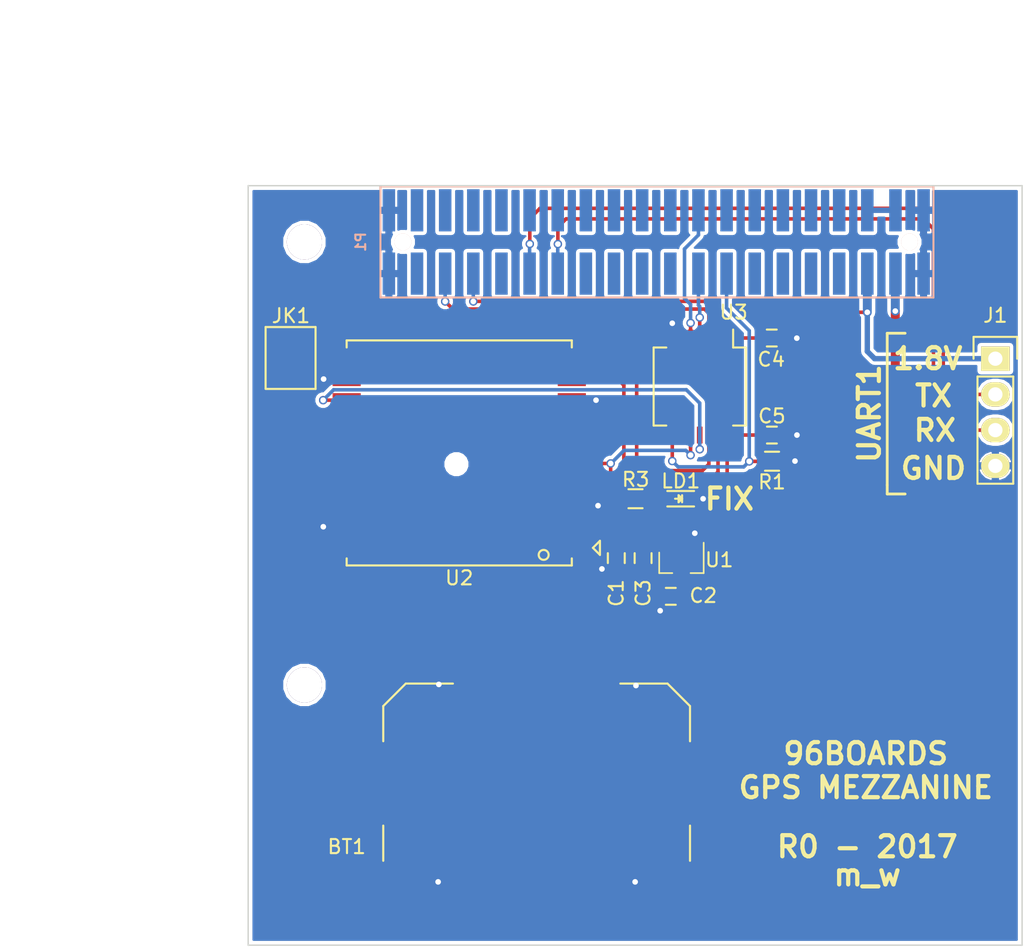
<source format=kicad_pcb>
(kicad_pcb (version 20170123) (host pcbnew "(2017-08-02 revision 9760937)-master")

  (general
    (thickness 1.6)
    (drawings 23)
    (tracks 186)
    (zones 0)
    (modules 17)
    (nets 56)
  )

  (page A4)
  (title_block
    (title "GPS Mezzanine")
    (date 2017-09-04)
    (rev A)
    (company "QWERTY Embedded Design, LLC")
  )

  (layers
    (0 F.Cu signal)
    (31 B.Cu signal)
    (32 B.Adhes user)
    (33 F.Adhes user)
    (34 B.Paste user)
    (35 F.Paste user)
    (36 B.SilkS user)
    (37 F.SilkS user)
    (38 B.Mask user)
    (39 F.Mask user)
    (40 Dwgs.User user)
    (41 Cmts.User user)
    (42 Eco1.User user)
    (43 Eco2.User user)
    (44 Edge.Cuts user)
    (45 Margin user)
    (46 B.CrtYd user)
    (47 F.CrtYd user)
    (48 B.Fab user hide)
    (49 F.Fab user)
  )

  (setup
    (last_trace_width 0.254)
    (user_trace_width 0.254)
    (user_trace_width 0.381)
    (user_trace_width 0.635)
    (trace_clearance 0)
    (zone_clearance 0.254)
    (zone_45_only yes)
    (trace_min 0.1778)
    (segment_width 0.2)
    (edge_width 0.1)
    (via_size 0.6)
    (via_drill 0.4)
    (via_min_size 0.4)
    (via_min_drill 0.3)
    (uvia_size 0.3)
    (uvia_drill 0.1)
    (uvias_allowed no)
    (uvia_min_size 0.2)
    (uvia_min_drill 0.1)
    (pcb_text_width 0.3)
    (pcb_text_size 1.5 1.5)
    (mod_edge_width 0.15)
    (mod_text_size 1 1)
    (mod_text_width 0.15)
    (pad_size 3 3)
    (pad_drill 2.5)
    (pad_to_mask_clearance 0)
    (aux_axis_origin 100 100)
    (visible_elements FFFFFF7B)
    (pcbplotparams
      (layerselection 0x010ef_80000001)
      (usegerberextensions false)
      (excludeedgelayer true)
      (linewidth 0.100000)
      (plotframeref false)
      (viasonmask false)
      (mode 1)
      (useauxorigin false)
      (hpglpennumber 1)
      (hpglpenspeed 20)
      (hpglpendiameter 15)
      (psnegative false)
      (psa4output false)
      (plotreference true)
      (plotvalue true)
      (plotinvisibletext false)
      (padsonsilk false)
      (subtractmaskfromsilk false)
      (outputformat 1)
      (mirror false)
      (drillshape 0)
      (scaleselection 1)
      (outputdirectory gerbers/))
  )

  (net 0 "")
  (net 1 +1V8)
  (net 2 GND)
  (net 3 +5V)
  (net 4 I2C0_SCL)
  (net 5 I2C0_SDA)
  (net 6 I2C1_SCL)
  (net 7 I2C1_SDA)
  (net 8 PWR_BTN_N)
  (net 9 RST_BTN_N)
  (net 10 SYS_DCIN)
  (net 11 GPIO_B)
  (net 12 GPIO_A)
  (net 13 SPIO_SCL)
  (net 14 SPIO_DIN)
  (net 15 SPIO_CS)
  (net 16 SPIO_DOUT)
  (net 17 PCM_FS)
  (net 18 PCM_CLK)
  (net 19 PCM_DO)
  (net 20 PCM_DI)
  (net 21 GPIO_D)
  (net 22 GPIO_F)
  (net 23 GPIO_H)
  (net 24 GPIO_J)
  (net 25 GPIO_L)
  (net 26 UART1_TX)
  (net 27 UART1_RX)
  (net 28 GPIO_C)
  (net 29 GPIO_E)
  (net 30 GPIO_G)
  (net 31 GPIO_I)
  (net 32 GPIO_K)
  (net 33 UART0_CTS)
  (net 34 UART0_TX)
  (net 35 UART0_RX)
  (net 36 UART0_RTS)
  (net 37 GPS_TX)
  (net 38 GPS_RX)
  (net 39 +3V3)
  (net 40 "Net-(LD1-Pad2)")
  (net 41 FIX)
  (net 42 "Net-(U2-Pad2)")
  (net 43 "Net-(U2-Pad6)")
  (net 44 "Net-(U2-Pad7)")
  (net 45 "Net-(U2-Pad14)")
  (net 46 "Net-(U2-Pad15)")
  (net 47 "Net-(U2-Pad16)")
  (net 48 "Net-(U2-Pad17)")
  (net 49 "Net-(U2-Pad18)")
  (net 50 "Net-(U2-Pad20)")
  (net 51 +BATT)
  (net 52 "Net-(U3-Pad6)")
  (net 53 "Net-(U3-Pad9)")
  (net 54 GPS_1PPS)
  (net 55 "Net-(JK1-Pad1)")

  (net_class Default "This is the default net class."
    (clearance 0)
    (trace_width 0.254)
    (via_dia 0.6)
    (via_drill 0.4)
    (uvia_dia 0.3)
    (uvia_drill 0.1)
    (add_net +3V3)
    (add_net +BATT)
    (add_net FIX)
    (add_net GPIO_A)
    (add_net GPIO_B)
    (add_net GPIO_C)
    (add_net GPIO_D)
    (add_net GPIO_E)
    (add_net GPIO_F)
    (add_net GPIO_G)
    (add_net GPIO_H)
    (add_net GPIO_I)
    (add_net GPIO_J)
    (add_net GPIO_K)
    (add_net GPIO_L)
    (add_net GPS_1PPS)
    (add_net GPS_RX)
    (add_net GPS_TX)
    (add_net I2C0_SCL)
    (add_net I2C0_SDA)
    (add_net I2C1_SCL)
    (add_net I2C1_SDA)
    (add_net "Net-(JK1-Pad1)")
    (add_net "Net-(LD1-Pad2)")
    (add_net "Net-(U2-Pad14)")
    (add_net "Net-(U2-Pad15)")
    (add_net "Net-(U2-Pad16)")
    (add_net "Net-(U2-Pad17)")
    (add_net "Net-(U2-Pad18)")
    (add_net "Net-(U2-Pad2)")
    (add_net "Net-(U2-Pad20)")
    (add_net "Net-(U2-Pad6)")
    (add_net "Net-(U2-Pad7)")
    (add_net "Net-(U3-Pad6)")
    (add_net "Net-(U3-Pad9)")
    (add_net PCM_CLK)
    (add_net PCM_DI)
    (add_net PCM_DO)
    (add_net PCM_FS)
    (add_net PWR_BTN_N)
    (add_net RST_BTN_N)
    (add_net SPIO_CS)
    (add_net SPIO_DIN)
    (add_net SPIO_DOUT)
    (add_net SPIO_SCL)
    (add_net SYS_DCIN)
    (add_net UART0_CTS)
    (add_net UART0_RTS)
    (add_net UART0_RX)
    (add_net UART0_TX)
    (add_net UART1_RX)
    (add_net UART1_TX)
  )

  (net_class Power ""
    (clearance 0.1778)
    (trace_width 0.381)
    (via_dia 0.6)
    (via_drill 0.4)
    (uvia_dia 0.3)
    (uvia_drill 0.1)
    (add_net +1V8)
    (add_net +5V)
    (add_net GND)
  )

  (module Pin_Headers:Pin_Header_Straight_1x04 (layer F.Cu) (tedit 5A21B256) (tstamp 5A25C363)
    (at 153.1 112.3)
    (descr "Through hole pin header")
    (tags "pin header")
    (path /5A21B99A)
    (fp_text reference J1 (at 0 -3.08) (layer F.SilkS)
      (effects (font (size 1 1) (thickness 0.15)))
    )
    (fp_text value CONN_01X04 (at -0.7 -3.08) (layer F.Fab) hide
      (effects (font (size 1 1) (thickness 0.15)))
    )
    (fp_line (start -1.75 -1.75) (end -1.75 9.4) (layer F.CrtYd) (width 0.05))
    (fp_line (start 1.75 -1.75) (end 1.75 9.4) (layer F.CrtYd) (width 0.05))
    (fp_line (start -1.75 -1.75) (end 1.75 -1.75) (layer F.CrtYd) (width 0.05))
    (fp_line (start -1.75 9.4) (end 1.75 9.4) (layer F.CrtYd) (width 0.05))
    (fp_line (start -1.27 1.27) (end -1.27 8.89) (layer F.SilkS) (width 0.15))
    (fp_line (start 1.27 1.27) (end 1.27 8.89) (layer F.SilkS) (width 0.15))
    (fp_line (start 1.55 -1.55) (end 1.55 0) (layer F.SilkS) (width 0.15))
    (fp_line (start -1.27 8.89) (end 1.27 8.89) (layer F.SilkS) (width 0.15))
    (fp_line (start 1.27 1.27) (end -1.27 1.27) (layer F.SilkS) (width 0.15))
    (fp_line (start -1.55 0) (end -1.55 -1.55) (layer F.SilkS) (width 0.15))
    (fp_line (start -1.55 -1.55) (end 1.55 -1.55) (layer F.SilkS) (width 0.15))
    (pad 1 thru_hole rect (at 0 0) (size 2.032 1.7272) (drill 1.016) (layers *.Cu *.Mask F.SilkS)
      (net 1 +1V8))
    (pad 2 thru_hole oval (at 0 2.54) (size 2.032 1.7272) (drill 1.016) (layers *.Cu *.Mask F.SilkS)
      (net 26 UART1_TX))
    (pad 3 thru_hole oval (at 0 5.08) (size 2.032 1.7272) (drill 1.016) (layers *.Cu *.Mask F.SilkS)
      (net 27 UART1_RX))
    (pad 4 thru_hole oval (at 0 7.62) (size 2.032 1.7272) (drill 1.016) (layers *.Cu *.Mask F.SilkS)
      (net 2 GND))
    (model Pin_Headers.3dshapes/Pin_Header_Straight_1x04.wrl
      (at (xyz 0 -0.15 0))
      (scale (xyz 1 1 1))
      (rotate (xyz 0 0 90))
    )
  )

  (module 96boards:U.FL-R-SMT-1 (layer F.Cu) (tedit 5A1B9D46) (tstamp 5A1EFE03)
    (at 102.54 112.25 90)
    (path /5A1BB3BA)
    (fp_text reference JK1 (at 3 0.5) (layer F.SilkS)
      (effects (font (size 1 1) (thickness 0.15)))
    )
    (fp_text value uFL (at 0.05 -2.15 90) (layer F.Fab) hide
      (effects (font (size 1 1) (thickness 0.15)))
    )
    (fp_line (start -2.15 -1.3) (end 2.2 -1.3) (layer F.SilkS) (width 0.1524))
    (fp_line (start 2.2 -1.3) (end 2.2 2.25) (layer F.SilkS) (width 0.1524))
    (fp_line (start 2.2 2.25) (end -2.2 2.25) (layer F.SilkS) (width 0.1524))
    (fp_line (start -2.2 2.25) (end -2.2 -1.3) (layer F.SilkS) (width 0.1524))
    (pad 1 smd rect (at 0 1.525 90) (size 1 1.05) (layers F.Cu F.Paste F.Mask)
      (net 55 "Net-(JK1-Pad1)"))
    (pad 2 smd rect (at -1.475 0 90) (size 1.05 2.2) (layers F.Cu F.Paste F.Mask)
      (net 2 GND))
    (pad 2 smd rect (at 1.475 0 90) (size 1.05 2.2) (layers F.Cu F.Paste F.Mask)
      (net 2 GND))
  )

  (module Mounting_Holes:MountingHole_2-5mm (layer F.Cu) (tedit 5A1B9C9F) (tstamp 5A1EE495)
    (at 104 104)
    (descr "Mounting hole, Befestigungsbohrung, 2,5mm, No Annular, Kein Restring,")
    (tags "Mounting hole, Befestigungsbohrung, 2,5mm, No Annular, Kein Restring,")
    (path /5A1BBBD1)
    (fp_text reference MH1 (at 0 -3.50012) (layer F.SilkS) hide
      (effects (font (size 1 1) (thickness 0.15)))
    )
    (fp_text value M2.5 (at 0.09906 3.59918) (layer F.Fab) hide
      (effects (font (size 1 1) (thickness 0.15)))
    )
    (fp_circle (center 0 0) (end 2.5 0) (layer Cmts.User) (width 0.381))
    (pad 1 thru_hole circle (at 0 0) (size 2.5 2.5) (drill 2.5) (layers))
  )

  (module Mounting_Holes:MountingHole_2-5mm (layer F.Cu) (tedit 5A21B2BA) (tstamp 5A1EE490)
    (at 104 135.5)
    (descr "Mounting hole, Befestigungsbohrung, 2,5mm, No Annular, Kein Restring,")
    (tags "Mounting hole, Befestigungsbohrung, 2,5mm, No Annular, Kein Restring,")
    (path /5A1BBD7A)
    (fp_text reference MH2 (at 0 -3.50012) (layer F.SilkS) hide
      (effects (font (size 1 1) (thickness 0.15)))
    )
    (fp_text value M2.5 (at 0.09906 3.59918) (layer F.Fab) hide
      (effects (font (size 1 1) (thickness 0.15)))
    )
    (fp_circle (center 0 0) (end 2.5 0) (layer Cmts.User) (width 0.381))
    (pad 1 thru_hole circle (at 0 0) (size 2.5 2.5) (drill 2.5) (layers))
  )

  (module Housings_SSOP:SSOP-14_5.3x6.2mm_Pitch0.65mm (layer F.Cu) (tedit 54130A77) (tstamp 5A1EDE4A)
    (at 132.09 114.28 270)
    (descr "SSOP14: plastic shrink small outline package; 14 leads; body width 5.3 mm; (see NXP SSOP-TSSOP-VSO-REFLOW.pdf and sot337-1_po.pdf)")
    (tags "SSOP 0.65")
    (path /5A1B81D6)
    (attr smd)
    (fp_text reference U3 (at -5.28 -2.41) (layer F.SilkS)
      (effects (font (size 1 1) (thickness 0.15)))
    )
    (fp_text value TXS0104E (at 0 4.2 270) (layer F.Fab)
      (effects (font (size 1 1) (thickness 0.15)))
    )
    (fp_line (start -4.3 -3.45) (end -4.3 3.45) (layer F.CrtYd) (width 0.05))
    (fp_line (start 4.3 -3.45) (end 4.3 3.45) (layer F.CrtYd) (width 0.05))
    (fp_line (start -4.3 -3.45) (end 4.3 -3.45) (layer F.CrtYd) (width 0.05))
    (fp_line (start -4.3 3.45) (end 4.3 3.45) (layer F.CrtYd) (width 0.05))
    (fp_line (start -2.775 -3.275) (end -2.775 -2.375) (layer F.SilkS) (width 0.15))
    (fp_line (start 2.775 -3.275) (end 2.775 -2.375) (layer F.SilkS) (width 0.15))
    (fp_line (start 2.775 3.275) (end 2.775 2.375) (layer F.SilkS) (width 0.15))
    (fp_line (start -2.775 3.275) (end -2.775 2.375) (layer F.SilkS) (width 0.15))
    (fp_line (start -2.775 -3.275) (end 2.775 -3.275) (layer F.SilkS) (width 0.15))
    (fp_line (start -2.775 3.275) (end 2.775 3.275) (layer F.SilkS) (width 0.15))
    (fp_line (start -2.775 -2.375) (end -4.05 -2.375) (layer F.SilkS) (width 0.15))
    (pad 1 smd rect (at -3.45 -1.95 270) (size 1.2 0.4) (layers F.Cu F.Paste F.Mask)
      (net 1 +1V8))
    (pad 2 smd rect (at -3.45 -1.3 270) (size 1.2 0.4) (layers F.Cu F.Paste F.Mask)
      (net 35 UART0_RX))
    (pad 3 smd rect (at -3.45 -0.65 270) (size 1.2 0.4) (layers F.Cu F.Paste F.Mask)
      (net 34 UART0_TX))
    (pad 4 smd rect (at -3.45 0 270) (size 1.2 0.4) (layers F.Cu F.Paste F.Mask)
      (net 12 GPIO_A))
    (pad 5 smd rect (at -3.45 0.65 270) (size 1.2 0.4) (layers F.Cu F.Paste F.Mask)
      (net 11 GPIO_B))
    (pad 6 smd rect (at -3.45 1.3 270) (size 1.2 0.4) (layers F.Cu F.Paste F.Mask)
      (net 52 "Net-(U3-Pad6)"))
    (pad 7 smd rect (at -3.45 1.95 270) (size 1.2 0.4) (layers F.Cu F.Paste F.Mask)
      (net 2 GND))
    (pad 8 smd rect (at 3.45 1.95 270) (size 1.2 0.4) (layers F.Cu F.Paste F.Mask)
      (net 28 GPIO_C))
    (pad 9 smd rect (at 3.45 1.3 270) (size 1.2 0.4) (layers F.Cu F.Paste F.Mask)
      (net 53 "Net-(U3-Pad9)"))
    (pad 10 smd rect (at 3.45 0.65 270) (size 1.2 0.4) (layers F.Cu F.Paste F.Mask)
      (net 41 FIX))
    (pad 11 smd rect (at 3.45 0 270) (size 1.2 0.4) (layers F.Cu F.Paste F.Mask)
      (net 54 GPS_1PPS))
    (pad 12 smd rect (at 3.45 -0.65 270) (size 1.2 0.4) (layers F.Cu F.Paste F.Mask)
      (net 38 GPS_RX))
    (pad 13 smd rect (at 3.45 -1.3 270) (size 1.2 0.4) (layers F.Cu F.Paste F.Mask)
      (net 37 GPS_TX))
    (pad 14 smd rect (at 3.45 -1.95 270) (size 1.2 0.4) (layers F.Cu F.Paste F.Mask)
      (net 39 +3V3))
    (model Housings_SSOP.3dshapes/SSOP-14_5.3x6.2mm_Pitch0.65mm.wrl
      (at (xyz 0 0 0))
      (scale (xyz 1 1 1))
      (rotate (xyz 0 0 0))
    )
  )

  (module Capacitors_SMD:C_0603 (layer F.Cu) (tedit 5415D631) (tstamp 5A1EDEA4)
    (at 137.22 117.73)
    (descr "Capacitor SMD 0603, reflow soldering, AVX (see smccp.pdf)")
    (tags "capacitor 0603")
    (path /5A1B8C5C)
    (attr smd)
    (fp_text reference C5 (at 0 -1.35) (layer F.SilkS)
      (effects (font (size 1 1) (thickness 0.15)))
    )
    (fp_text value .1uF (at 0 -1.42) (layer F.Fab)
      (effects (font (size 1 1) (thickness 0.15)))
    )
    (fp_line (start 0.35 0.6) (end -0.35 0.6) (layer F.SilkS) (width 0.15))
    (fp_line (start -0.35 -0.6) (end 0.35 -0.6) (layer F.SilkS) (width 0.15))
    (fp_line (start 1.45 -0.75) (end 1.45 0.75) (layer F.CrtYd) (width 0.05))
    (fp_line (start -1.45 -0.75) (end -1.45 0.75) (layer F.CrtYd) (width 0.05))
    (fp_line (start -1.45 0.75) (end 1.45 0.75) (layer F.CrtYd) (width 0.05))
    (fp_line (start -1.45 -0.75) (end 1.45 -0.75) (layer F.CrtYd) (width 0.05))
    (pad 2 smd rect (at 0.75 0) (size 0.8 0.75) (layers F.Cu F.Paste F.Mask)
      (net 2 GND))
    (pad 1 smd rect (at -0.75 0) (size 0.8 0.75) (layers F.Cu F.Paste F.Mask)
      (net 39 +3V3))
    (model Capacitors_SMD.3dshapes/C_0603.wrl
      (at (xyz 0 0 0))
      (scale (xyz 1 1 1))
      (rotate (xyz 0 0 0))
    )
  )

  (module Capacitors_SMD:C_0603 (layer F.Cu) (tedit 5415D631) (tstamp 5A1EDE98)
    (at 137.21 110.83)
    (descr "Capacitor SMD 0603, reflow soldering, AVX (see smccp.pdf)")
    (tags "capacitor 0603")
    (path /5A1B8DEC)
    (attr smd)
    (fp_text reference C4 (at -0.04 1.52) (layer F.SilkS)
      (effects (font (size 1 1) (thickness 0.15)))
    )
    (fp_text value .1uF (at -0.09 1.52) (layer F.Fab)
      (effects (font (size 1 1) (thickness 0.15)))
    )
    (fp_line (start -1.45 -0.75) (end 1.45 -0.75) (layer F.CrtYd) (width 0.05))
    (fp_line (start -1.45 0.75) (end 1.45 0.75) (layer F.CrtYd) (width 0.05))
    (fp_line (start -1.45 -0.75) (end -1.45 0.75) (layer F.CrtYd) (width 0.05))
    (fp_line (start 1.45 -0.75) (end 1.45 0.75) (layer F.CrtYd) (width 0.05))
    (fp_line (start -0.35 -0.6) (end 0.35 -0.6) (layer F.SilkS) (width 0.15))
    (fp_line (start 0.35 0.6) (end -0.35 0.6) (layer F.SilkS) (width 0.15))
    (pad 1 smd rect (at -0.75 0) (size 0.8 0.75) (layers F.Cu F.Paste F.Mask)
      (net 1 +1V8))
    (pad 2 smd rect (at 0.75 0) (size 0.8 0.75) (layers F.Cu F.Paste F.Mask)
      (net 2 GND))
    (model Capacitors_SMD.3dshapes/C_0603.wrl
      (at (xyz 0 0 0))
      (scale (xyz 1 1 1))
      (rotate (xyz 0 0 0))
    )
  )

  (module 96boards:BAT-HLD-001 (layer F.Cu) (tedit 5A1B2522) (tstamp 5A1ED2D4)
    (at 120.5 142.5)
    (path /5A1B1C37)
    (fp_text reference BT1 (at -13.5 4.5) (layer F.SilkS)
      (effects (font (size 1 1) (thickness 0.15)))
    )
    (fp_text value Battery_Cell (at 0.1 -9.9) (layer F.Fab)
      (effects (font (size 1 1) (thickness 0.15)))
    )
    (fp_line (start -10.9 -5.5) (end -10.9 -3) (layer F.SilkS) (width 0.1524))
    (fp_line (start -9.3 -7.1) (end -5.95 -7.1) (layer F.SilkS) (width 0.1524))
    (fp_line (start -10.9 -5.5) (end -9.3 -7.1) (layer F.SilkS) (width 0.1524))
    (fp_line (start 9.3 -7.1) (end 5.95 -7.1) (layer F.SilkS) (width 0.1524))
    (fp_line (start 10.9 -5.5) (end 9.3 -7.1) (layer F.SilkS) (width 0.1524))
    (fp_line (start 10.9 -5.5) (end 10.9 -3) (layer F.SilkS) (width 0.1524))
    (fp_line (start -10.9 5.5) (end -10.9 3) (layer F.SilkS) (width 0.1524))
    (fp_line (start 10.9 5.5) (end 10.9 3) (layer F.SilkS) (width 0.1524))
    (pad 2 smd circle (at 0 0) (size 17.8 17.8) (layers F.Cu F.Paste F.Mask)
      (net 2 GND))
    (pad 1 smd rect (at 11.45 0.05) (size 2.5 5.1) (layers F.Cu F.Paste F.Mask)
      (net 51 +BATT))
    (pad 1 smd rect (at -11.45 0) (size 2.5 5.1) (layers F.Cu F.Paste F.Mask)
      (net 51 +BATT))
  )

  (module 96boards:FGPMMOPA6H (layer F.Cu) (tedit 59ACB960) (tstamp 59AF77D8)
    (at 115 119 180)
    (path /59ACB0B1)
    (fp_text reference U2 (at 0 -8.89 180) (layer F.SilkS)
      (effects (font (size 1 1) (thickness 0.15)))
    )
    (fp_text value FGPMMOPA6H (at 0 -6.985 180) (layer F.Fab) hide
      (effects (font (size 1 1) (thickness 0.15)))
    )
    (fp_line (start -8 -7.5) (end -8 -8) (layer F.SilkS) (width 0.1524))
    (fp_line (start -8 -8) (end 8 -8) (layer F.SilkS) (width 0.1524))
    (fp_line (start 8 -8) (end 8 -7.5) (layer F.SilkS) (width 0.1524))
    (fp_line (start -8 7.5) (end -8 8) (layer F.SilkS) (width 0.1524))
    (fp_line (start -8 8) (end 8 8) (layer F.SilkS) (width 0.1524))
    (fp_line (start 8 8) (end 8 7.5) (layer F.SilkS) (width 0.1524))
    (fp_circle (center -6 -7.25) (end -5.75 -7) (layer F.SilkS) (width 0.1524))
    (fp_line (start -10 -7.25) (end -10 -6.25) (layer F.SilkS) (width 0.1524))
    (fp_line (start -10 -6.25) (end -9.5 -6.75) (layer F.SilkS) (width 0.1524))
    (fp_line (start -9.5 -6.75) (end -10 -7.25) (layer F.SilkS) (width 0.1524))
    (pad 1 smd rect (at -8 -6.75 180) (size 2 1) (layers F.Cu F.Paste F.Mask)
      (net 39 +3V3))
    (pad 2 smd rect (at -8 -5.25 180) (size 2 1) (layers F.Cu F.Paste F.Mask)
      (net 42 "Net-(U2-Pad2)"))
    (pad 3 smd rect (at -8 -3.75 180) (size 2 1) (layers F.Cu F.Paste F.Mask)
      (net 2 GND))
    (pad 4 smd rect (at -8 -2.25 180) (size 2 1) (layers F.Cu F.Paste F.Mask)
      (net 51 +BATT))
    (pad 5 smd rect (at -8 -0.75 180) (size 2 1) (layers F.Cu F.Paste F.Mask)
      (net 41 FIX))
    (pad 6 smd rect (at -8 0.75 180) (size 2 1) (layers F.Cu F.Paste F.Mask)
      (net 43 "Net-(U2-Pad6)"))
    (pad 7 smd rect (at -8 2.25 180) (size 2 1) (layers F.Cu F.Paste F.Mask)
      (net 44 "Net-(U2-Pad7)"))
    (pad 8 smd rect (at -8 3.75 180) (size 2 1) (layers F.Cu F.Paste F.Mask)
      (net 2 GND))
    (pad 9 smd rect (at -8 5.25 180) (size 2 1) (layers F.Cu F.Paste F.Mask)
      (net 37 GPS_TX))
    (pad 10 smd rect (at -8 6.75 180) (size 2 1) (layers F.Cu F.Paste F.Mask)
      (net 38 GPS_RX))
    (pad 11 smd rect (at 8 6.75 180) (size 2 1) (layers F.Cu F.Paste F.Mask)
      (net 55 "Net-(JK1-Pad1)"))
    (pad 12 smd rect (at 8 5.25 180) (size 2 1) (layers F.Cu F.Paste F.Mask)
      (net 2 GND))
    (pad 13 smd rect (at 8 3.75 180) (size 2 1) (layers F.Cu F.Paste F.Mask)
      (net 54 GPS_1PPS))
    (pad 14 smd rect (at 8 2.25 180) (size 2 1) (layers F.Cu F.Paste F.Mask)
      (net 45 "Net-(U2-Pad14)"))
    (pad 15 smd rect (at 8 0.75 180) (size 2 1) (layers F.Cu F.Paste F.Mask)
      (net 46 "Net-(U2-Pad15)"))
    (pad 16 smd rect (at 8 -0.75 180) (size 2 1) (layers F.Cu F.Paste F.Mask)
      (net 47 "Net-(U2-Pad16)"))
    (pad 17 smd rect (at 8 -2.25 180) (size 2 1) (layers F.Cu F.Paste F.Mask)
      (net 48 "Net-(U2-Pad17)"))
    (pad 18 smd rect (at 8 -3.75 180) (size 2 1) (layers F.Cu F.Paste F.Mask)
      (net 49 "Net-(U2-Pad18)"))
    (pad 19 smd rect (at 8 -5.25 180) (size 2 1) (layers F.Cu F.Paste F.Mask)
      (net 2 GND))
    (pad 20 smd rect (at 8 -6.75 180) (size 2 1) (layers F.Cu F.Paste F.Mask)
      (net 50 "Net-(U2-Pad20)"))
    (pad "" np_thru_hole circle (at 0.2 -0.8 180) (size 1.2 1.2) (drill 1.2) (layers *.Cu *.Mask))
  )

  (module Capacitors_SMD:C_0603 (layer F.Cu) (tedit 59ACB90E) (tstamp 59AF1BEC)
    (at 128.067 126.48 270)
    (descr "Capacitor SMD 0603, reflow soldering, AVX (see smccp.pdf)")
    (tags "capacitor 0603")
    (path /59ACAA50)
    (attr smd)
    (fp_text reference C3 (at 2.489 0 270) (layer F.SilkS)
      (effects (font (size 1 1) (thickness 0.15)))
    )
    (fp_text value "1 uF" (at 0 0 270) (layer F.Fab) hide
      (effects (font (size 1 1) (thickness 0.15)))
    )
    (fp_line (start -1.45 -0.75) (end 1.45 -0.75) (layer F.CrtYd) (width 0.05))
    (fp_line (start -1.45 0.75) (end 1.45 0.75) (layer F.CrtYd) (width 0.05))
    (fp_line (start -1.45 -0.75) (end -1.45 0.75) (layer F.CrtYd) (width 0.05))
    (fp_line (start 1.45 -0.75) (end 1.45 0.75) (layer F.CrtYd) (width 0.05))
    (fp_line (start -0.35 -0.6) (end 0.35 -0.6) (layer F.SilkS) (width 0.15))
    (fp_line (start 0.35 0.6) (end -0.35 0.6) (layer F.SilkS) (width 0.15))
    (pad 1 smd rect (at -0.75 0 270) (size 0.8 0.75) (layers F.Cu F.Paste F.Mask)
      (net 39 +3V3))
    (pad 2 smd rect (at 0.75 0 270) (size 0.8 0.75) (layers F.Cu F.Paste F.Mask)
      (net 2 GND))
    (model Capacitors_SMD.3dshapes/C_0603.wrl
      (at (xyz 0 0 0))
      (scale (xyz 1 1 1))
      (rotate (xyz 0 0 0))
    )
  )

  (module Capacitors_SMD:C_0603 (layer F.Cu) (tedit 59ACB92C) (tstamp 59AF1BE0)
    (at 130.0353 129.1971 180)
    (descr "Capacitor SMD 0603, reflow soldering, AVX (see smccp.pdf)")
    (tags "capacitor 0603")
    (path /59ACA9F8)
    (attr smd)
    (fp_text reference C2 (at -2.305005 0.051215 180) (layer F.SilkS)
      (effects (font (size 1 1) (thickness 0.15)))
    )
    (fp_text value "1 uF" (at 0 0 180) (layer F.Fab) hide
      (effects (font (size 1 1) (thickness 0.15)))
    )
    (fp_line (start 0.35 0.6) (end -0.35 0.6) (layer F.SilkS) (width 0.15))
    (fp_line (start -0.35 -0.6) (end 0.35 -0.6) (layer F.SilkS) (width 0.15))
    (fp_line (start 1.45 -0.75) (end 1.45 0.75) (layer F.CrtYd) (width 0.05))
    (fp_line (start -1.45 -0.75) (end -1.45 0.75) (layer F.CrtYd) (width 0.05))
    (fp_line (start -1.45 0.75) (end 1.45 0.75) (layer F.CrtYd) (width 0.05))
    (fp_line (start -1.45 -0.75) (end 1.45 -0.75) (layer F.CrtYd) (width 0.05))
    (pad 2 smd rect (at 0.75 0 180) (size 0.8 0.75) (layers F.Cu F.Paste F.Mask)
      (net 2 GND))
    (pad 1 smd rect (at -0.75 0 180) (size 0.8 0.75) (layers F.Cu F.Paste F.Mask)
      (net 3 +5V))
    (model Capacitors_SMD.3dshapes/C_0603.wrl
      (at (xyz 0 0 0))
      (scale (xyz 1 1 1))
      (rotate (xyz 0 0 0))
    )
  )

  (module Capacitors_SMD:C_0603 (layer F.Cu) (tedit 59ACB912) (tstamp 59AF1BD4)
    (at 126.162 126.48 270)
    (descr "Capacitor SMD 0603, reflow soldering, AVX (see smccp.pdf)")
    (tags "capacitor 0603")
    (path /59ACB2B7)
    (attr smd)
    (fp_text reference C1 (at 2.489 0 270) (layer F.SilkS)
      (effects (font (size 1 1) (thickness 0.15)))
    )
    (fp_text value "10 uF" (at 0 0 270) (layer F.Fab) hide
      (effects (font (size 1 1) (thickness 0.15)))
    )
    (fp_line (start -1.45 -0.75) (end 1.45 -0.75) (layer F.CrtYd) (width 0.05))
    (fp_line (start -1.45 0.75) (end 1.45 0.75) (layer F.CrtYd) (width 0.05))
    (fp_line (start -1.45 -0.75) (end -1.45 0.75) (layer F.CrtYd) (width 0.05))
    (fp_line (start 1.45 -0.75) (end 1.45 0.75) (layer F.CrtYd) (width 0.05))
    (fp_line (start -0.35 -0.6) (end 0.35 -0.6) (layer F.SilkS) (width 0.15))
    (fp_line (start 0.35 0.6) (end -0.35 0.6) (layer F.SilkS) (width 0.15))
    (pad 1 smd rect (at -0.75 0 270) (size 0.8 0.75) (layers F.Cu F.Paste F.Mask)
      (net 39 +3V3))
    (pad 2 smd rect (at 0.75 0 270) (size 0.8 0.75) (layers F.Cu F.Paste F.Mask)
      (net 2 GND))
    (model Capacitors_SMD.3dshapes/C_0603.wrl
      (at (xyz 0 0 0))
      (scale (xyz 1 1 1))
      (rotate (xyz 0 0 0))
    )
  )

  (module LEDs:LED-0603 (layer F.Cu) (tedit 59ACB97B) (tstamp 59AF1BC8)
    (at 130.5877 122.257 180)
    (descr "LED 0603 smd package")
    (tags "LED led 0603 SMD smd SMT smt smdled SMDLED smtled SMTLED")
    (path /59ACBB30)
    (attr smd)
    (fp_text reference LD1 (at -0.1523 1.257 180) (layer F.SilkS)
      (effects (font (size 1 1) (thickness 0.15)))
    )
    (fp_text value LED (at 0 1.5 180) (layer F.Fab) hide
      (effects (font (size 1 1) (thickness 0.15)))
    )
    (fp_line (start -1.1 0.55) (end 0.8 0.55) (layer F.SilkS) (width 0.15))
    (fp_line (start -1.1 -0.55) (end 0.8 -0.55) (layer F.SilkS) (width 0.15))
    (fp_line (start -0.2 0) (end 0.25 0) (layer F.SilkS) (width 0.15))
    (fp_line (start -0.25 -0.25) (end -0.25 0.25) (layer F.SilkS) (width 0.15))
    (fp_line (start -0.25 0) (end 0 -0.25) (layer F.SilkS) (width 0.15))
    (fp_line (start 0 -0.25) (end 0 0.25) (layer F.SilkS) (width 0.15))
    (fp_line (start 0 0.25) (end -0.25 0) (layer F.SilkS) (width 0.15))
    (fp_line (start 1.4 -0.75) (end 1.4 0.75) (layer F.CrtYd) (width 0.05))
    (fp_line (start 1.4 0.75) (end -1.4 0.75) (layer F.CrtYd) (width 0.05))
    (fp_line (start -1.4 0.75) (end -1.4 -0.75) (layer F.CrtYd) (width 0.05))
    (fp_line (start -1.4 -0.75) (end 1.4 -0.75) (layer F.CrtYd) (width 0.05))
    (pad 2 smd rect (at 0.7493 0) (size 0.79756 0.79756) (layers F.Cu F.Paste F.Mask)
      (net 40 "Net-(LD1-Pad2)"))
    (pad 1 smd rect (at -0.7493 0) (size 0.79756 0.79756) (layers F.Cu F.Paste F.Mask)
      (net 2 GND))
  )

  (module Resistors_SMD:R_0603 (layer F.Cu) (tedit 59ACB977) (tstamp 59AF1BB7)
    (at 127.527 122.257 180)
    (descr "Resistor SMD 0603, reflow soldering, Vishay (see dcrcw.pdf)")
    (tags "resistor 0603")
    (path /59ACBD27)
    (attr smd)
    (fp_text reference R3 (at -0.013 1.367 180) (layer F.SilkS)
      (effects (font (size 1 1) (thickness 0.15)))
    )
    (fp_text value 1K (at 0 1.9 180) (layer F.Fab) hide
      (effects (font (size 1 1) (thickness 0.15)))
    )
    (fp_line (start -1.3 -0.8) (end 1.3 -0.8) (layer F.CrtYd) (width 0.05))
    (fp_line (start -1.3 0.8) (end 1.3 0.8) (layer F.CrtYd) (width 0.05))
    (fp_line (start -1.3 -0.8) (end -1.3 0.8) (layer F.CrtYd) (width 0.05))
    (fp_line (start 1.3 -0.8) (end 1.3 0.8) (layer F.CrtYd) (width 0.05))
    (fp_line (start 0.5 0.675) (end -0.5 0.675) (layer F.SilkS) (width 0.15))
    (fp_line (start -0.5 -0.675) (end 0.5 -0.675) (layer F.SilkS) (width 0.15))
    (pad 1 smd rect (at -0.75 0 180) (size 0.5 0.9) (layers F.Cu F.Paste F.Mask)
      (net 40 "Net-(LD1-Pad2)"))
    (pad 2 smd rect (at 0.75 0 180) (size 0.5 0.9) (layers F.Cu F.Paste F.Mask)
      (net 41 FIX))
    (model Resistors_SMD.3dshapes/R_0603.wrl
      (at (xyz 0 0 0))
      (scale (xyz 1 1 1))
      (rotate (xyz 0 0 0))
    )
  )

  (module Resistors_SMD:R_0603 (layer F.Cu) (tedit 59ACB96D) (tstamp 59AF1B9F)
    (at 137.23 119.59 180)
    (descr "Resistor SMD 0603, reflow soldering, Vishay (see dcrcw.pdf)")
    (tags "resistor 0603")
    (path /5A1BA86A)
    (attr smd)
    (fp_text reference R1 (at 0.01 -1.48 180) (layer F.SilkS)
      (effects (font (size 1 1) (thickness 0.15)))
    )
    (fp_text value 1K (at 0 1.9 180) (layer F.Fab) hide
      (effects (font (size 1 1) (thickness 0.15)))
    )
    (fp_line (start -1.3 -0.8) (end 1.3 -0.8) (layer F.CrtYd) (width 0.05))
    (fp_line (start -1.3 0.8) (end 1.3 0.8) (layer F.CrtYd) (width 0.05))
    (fp_line (start -1.3 -0.8) (end -1.3 0.8) (layer F.CrtYd) (width 0.05))
    (fp_line (start 1.3 -0.8) (end 1.3 0.8) (layer F.CrtYd) (width 0.05))
    (fp_line (start 0.5 0.675) (end -0.5 0.675) (layer F.SilkS) (width 0.15))
    (fp_line (start -0.5 -0.675) (end 0.5 -0.675) (layer F.SilkS) (width 0.15))
    (pad 1 smd rect (at -0.75 0 180) (size 0.5 0.9) (layers F.Cu F.Paste F.Mask)
      (net 2 GND))
    (pad 2 smd rect (at 0.75 0 180) (size 0.5 0.9) (layers F.Cu F.Paste F.Mask)
      (net 28 GPIO_C))
    (model Resistors_SMD.3dshapes/R_0603.wrl
      (at (xyz 0 0 0))
      (scale (xyz 1 1 1))
      (rotate (xyz 0 0 0))
    )
  )

  (module TO_SOT_Packages_SMD:SOT-23 (layer F.Cu) (tedit 59ACC265) (tstamp 59AF1B93)
    (at 130.790995 126.785215 270)
    (descr "SOT-23, Standard")
    (tags SOT-23)
    (path /59ACA938)
    (attr smd)
    (fp_text reference U1 (at -0.178215 -2.686005) (layer F.SilkS)
      (effects (font (size 1 1) (thickness 0.15)))
    )
    (fp_text value MCP1700T-3302E/TT (at 0 2.5 270) (layer F.Fab) hide
      (effects (font (size 1 1) (thickness 0.15)))
    )
    (fp_text user %R (at 0.214785 -0.209005) (layer F.Fab) hide
      (effects (font (size 0.5 0.5) (thickness 0.075)))
    )
    (fp_line (start -0.7 -0.95) (end -0.7 1.5) (layer F.Fab) (width 0.1))
    (fp_line (start -0.15 -1.52) (end 0.7 -1.52) (layer F.Fab) (width 0.1))
    (fp_line (start -0.7 -0.95) (end -0.15 -1.52) (layer F.Fab) (width 0.1))
    (fp_line (start 0.7 -1.52) (end 0.7 1.52) (layer F.Fab) (width 0.1))
    (fp_line (start -0.7 1.52) (end 0.7 1.52) (layer F.Fab) (width 0.1))
    (fp_line (start 0.76 1.58) (end 0.76 0.65) (layer F.SilkS) (width 0.12))
    (fp_line (start 0.76 -1.58) (end 0.76 -0.65) (layer F.SilkS) (width 0.12))
    (fp_line (start -1.7 -1.75) (end 1.7 -1.75) (layer F.CrtYd) (width 0.05))
    (fp_line (start 1.7 -1.75) (end 1.7 1.75) (layer F.CrtYd) (width 0.05))
    (fp_line (start 1.7 1.75) (end -1.7 1.75) (layer F.CrtYd) (width 0.05))
    (fp_line (start -1.7 1.75) (end -1.7 -1.75) (layer F.CrtYd) (width 0.05))
    (fp_line (start 0.76 -1.58) (end -1.4 -1.58) (layer F.SilkS) (width 0.12))
    (fp_line (start 0.76 1.58) (end -0.7 1.58) (layer F.SilkS) (width 0.12))
    (pad 1 smd rect (at -1 -0.95 270) (size 0.9 0.8) (layers F.Cu F.Paste F.Mask)
      (net 2 GND))
    (pad 2 smd rect (at -1 0.95 270) (size 0.9 0.8) (layers F.Cu F.Paste F.Mask)
      (net 39 +3V3))
    (pad 3 smd rect (at 1 0 270) (size 0.9 0.8) (layers F.Cu F.Paste F.Mask)
      (net 3 +5V))
    (model ${KISYS3DMOD}/TO_SOT_Packages_SMD.3dshapes/SOT-23.wrl
      (at (xyz 0 0 0))
      (scale (xyz 1 1 1))
      (rotate (xyz 0 0 90))
    )
  )

  (module 96boards:Pin_Header_SMD_2x20_Pitch2mm locked (layer B.Cu) (tedit 598D2D18) (tstamp 56AB8296)
    (at 110 105 270)
    (descr "Double row SMD 2mm pin header, 2x20 contacts")
    (path /55D44709)
    (attr smd)
    (fp_text reference P1 (at -1 2 270) (layer B.SilkS)
      (effects (font (size 0.7 0.7) (thickness 0.15)) (justify mirror))
    )
    (fp_text value CONN_02X20 (at -1 4 270) (layer B.Fab)
      (effects (font (size 1.016 1.016) (thickness 0.2032)) (justify mirror))
    )
    (fp_line (start 2.95 0.6) (end 2.95 -38.7) (layer B.SilkS) (width 0.15))
    (fp_line (start -4.95 0.6) (end 2.95 0.6) (layer B.SilkS) (width 0.15))
    (fp_line (start -4.95 -38.7) (end 2.95 -38.7) (layer B.SilkS) (width 0.15))
    (fp_line (start -4.95 0.6) (end -4.95 -38.7) (layer B.SilkS) (width 0.15))
    (pad 39 smd rect (at 1.25 -38) (size 0.89 3) (layers B.Cu B.Paste B.Mask)
      (net 2 GND))
    (pad 37 smd rect (at 1.25 -36) (size 0.89 3) (layers B.Cu B.Paste B.Mask)
      (net 3 +5V))
    (pad 35 smd rect (at 1.25 -34) (size 0.89 3) (layers B.Cu B.Paste B.Mask)
      (net 1 +1V8))
    (pad 33 smd rect (at 1.25 -32) (size 0.89 3) (layers B.Cu B.Paste B.Mask)
      (net 32 GPIO_K))
    (pad 31 smd rect (at 1.25 -30) (size 0.89 3) (layers B.Cu B.Paste B.Mask)
      (net 31 GPIO_I))
    (pad 29 smd rect (at 1.25 -28) (size 0.89 3) (layers B.Cu B.Paste B.Mask)
      (net 30 GPIO_G))
    (pad 27 smd rect (at 1.25 -26) (size 0.89 3) (layers B.Cu B.Paste B.Mask)
      (net 29 GPIO_E))
    (pad 25 smd rect (at 1.25 -24) (size 0.89 3) (layers B.Cu B.Paste B.Mask)
      (net 28 GPIO_C))
    (pad 23 smd rect (at 1.25 -22) (size 0.89 3) (layers B.Cu B.Paste B.Mask)
      (net 12 GPIO_A))
    (pad 21 smd rect (at 1.25 -20) (size 0.89 3) (layers B.Cu B.Paste B.Mask)
      (net 7 I2C1_SDA))
    (pad 19 smd rect (at 1.25 -18) (size 0.89 3) (layers B.Cu B.Paste B.Mask)
      (net 6 I2C1_SCL))
    (pad 17 smd rect (at 1.25 -16) (size 0.89 3) (layers B.Cu B.Paste B.Mask)
      (net 5 I2C0_SDA))
    (pad 15 smd rect (at 1.25 -14) (size 0.89 3) (layers B.Cu B.Paste B.Mask)
      (net 4 I2C0_SCL))
    (pad 13 smd rect (at 1.25 -12) (size 0.89 3) (layers B.Cu B.Paste B.Mask)
      (net 27 UART1_RX))
    (pad 11 smd rect (at 1.25 -10) (size 0.89 3) (layers B.Cu B.Paste B.Mask)
      (net 26 UART1_TX))
    (pad 9 smd rect (at 1.25 -8) (size 0.89 3) (layers B.Cu B.Paste B.Mask)
      (net 36 UART0_RTS))
    (pad 7 smd rect (at 1.25 -6) (size 0.89 3) (layers B.Cu B.Paste B.Mask)
      (net 35 UART0_RX))
    (pad 5 smd rect (at 1.25 -4) (size 0.89 3) (layers B.Cu B.Paste B.Mask)
      (net 34 UART0_TX))
    (pad 3 smd rect (at 1.25 -2) (size 0.89 3) (layers B.Cu B.Paste B.Mask)
      (net 33 UART0_CTS))
    (pad 40 smd rect (at -3.25 -38) (size 0.89 3) (layers B.Cu B.Paste B.Mask)
      (net 2 GND))
    (pad 38 smd rect (at -3.25 -36) (size 0.89 3) (layers B.Cu B.Paste B.Mask)
      (net 10 SYS_DCIN))
    (pad 36 smd rect (at -3.25 -34) (size 0.89 3) (layers B.Cu B.Paste B.Mask)
      (net 10 SYS_DCIN))
    (pad 34 smd rect (at -3.25 -32) (size 0.89 3) (layers B.Cu B.Paste B.Mask)
      (net 25 GPIO_L))
    (pad 32 smd rect (at -3.25 -30) (size 0.89 3) (layers B.Cu B.Paste B.Mask)
      (net 24 GPIO_J))
    (pad 30 smd rect (at -3.25 -28) (size 0.89 3) (layers B.Cu B.Paste B.Mask)
      (net 23 GPIO_H))
    (pad 28 smd rect (at -3.25 -26) (size 0.89 3) (layers B.Cu B.Paste B.Mask)
      (net 22 GPIO_F))
    (pad 26 smd rect (at -3.25 -24) (size 0.89 3) (layers B.Cu B.Paste B.Mask)
      (net 21 GPIO_D))
    (pad 24 smd rect (at -3.25 -22) (size 0.89 3) (layers B.Cu B.Paste B.Mask)
      (net 11 GPIO_B))
    (pad 22 smd rect (at -3.25 -20) (size 0.89 3) (layers B.Cu B.Paste B.Mask)
      (net 20 PCM_DI))
    (pad 20 smd rect (at -3.25 -18) (size 0.89 3) (layers B.Cu B.Paste B.Mask)
      (net 19 PCM_DO))
    (pad 18 smd rect (at -3.25 -16) (size 0.89 3) (layers B.Cu B.Paste B.Mask)
      (net 18 PCM_CLK))
    (pad 16 smd rect (at -3.25 -14) (size 0.89 3) (layers B.Cu B.Paste B.Mask)
      (net 17 PCM_FS))
    (pad 14 smd rect (at -3.25 -12) (size 0.89 3) (layers B.Cu B.Paste B.Mask)
      (net 16 SPIO_DOUT))
    (pad 12 smd rect (at -3.25 -10) (size 0.89 3) (layers B.Cu B.Paste B.Mask)
      (net 15 SPIO_CS))
    (pad 10 smd rect (at -3.25 -8) (size 0.89 3) (layers B.Cu B.Paste B.Mask)
      (net 14 SPIO_DIN))
    (pad 8 smd rect (at -3.25 -6) (size 0.89 3) (layers B.Cu B.Paste B.Mask)
      (net 13 SPIO_SCL))
    (pad 6 smd rect (at -3.25 -4) (size 0.89 3) (layers B.Cu B.Paste B.Mask)
      (net 9 RST_BTN_N))
    (pad 4 smd rect (at -3.25 -2) (size 0.89 3) (layers B.Cu B.Paste B.Mask)
      (net 8 PWR_BTN_N))
    (pad "" np_thru_hole circle (at -1 -1) (size 1.2 1.2) (drill 1.2) (layers *.Cu *.Mask B.SilkS))
    (pad 2 smd rect (at -3.25 0) (size 0.89 3) (layers B.Cu B.Paste B.Mask)
      (net 2 GND))
    (pad 1 smd rect (at 1.25 0) (size 0.89 3) (layers B.Cu B.Paste B.Mask)
      (net 2 GND))
    (pad "" np_thru_hole circle (at -1 -37) (size 1.2 1.2) (drill 1.2) (layers *.Cu *.Mask B.SilkS))
    (model Pin_Headers.3dshapes/Pin_Header_Straight_2x20.wrl
      (at (xyz -0.0394 -0.749 0.01576))
      (scale (xyz 0.787 0.787 0.5))
      (rotate (xyz 0 0 90))
    )
  )

  (gr_line (start 145.415 121.92) (end 146.685 121.92) (layer F.SilkS) (width 0.2))
  (gr_line (start 145.415 121.285) (end 145.415 121.92) (layer F.SilkS) (width 0.2))
  (gr_line (start 145.415 110.49) (end 145.415 121.285) (layer F.SilkS) (width 0.2))
  (gr_line (start 146.685 110.49) (end 145.415 110.49) (layer F.SilkS) (width 0.2))
  (gr_text UART1 (at 144.145 116.205 90) (layer F.SilkS)
    (effects (font (size 1.5 1.5) (thickness 0.3)))
  )
  (gr_text GND (at 148.7 120.1) (layer F.SilkS)
    (effects (font (size 1.5 1.5) (thickness 0.3)))
  )
  (gr_text RX (at 148.8 117.4) (layer F.SilkS)
    (effects (font (size 1.5 1.5) (thickness 0.3)))
  )
  (gr_text TX (at 148.71 114.95) (layer F.SilkS)
    (effects (font (size 1.5 1.5) (thickness 0.3)))
  )
  (gr_text 1.8V (at 148.3 112.3) (layer F.SilkS)
    (effects (font (size 1.5 1.5) (thickness 0.3)))
  )
  (gr_text m_w (at 144 149) (layer F.SilkS) (tstamp 5A1B9FB9)
    (effects (font (size 1.5 1.5) (thickness 0.3)))
  )
  (gr_text "96BOARDS\nGPS MEZZANINE" (at 143.89 141.59) (layer F.SilkS) (tstamp 5A1B9F44)
    (effects (font (size 1.5 1.5) (thickness 0.3)))
  )
  (dimension 31.5 (width 0.3) (layer F.Fab)
    (gr_text "31.500 mm" (at 96.15 119.75 90) (layer F.Fab) (tstamp 5A21DE1B)
      (effects (font (size 1.5 1.5) (thickness 0.3)))
    )
    (feature1 (pts (xy 104 104) (xy 94.8 104)))
    (feature2 (pts (xy 104 135.5) (xy 94.8 135.5)))
    (crossbar (pts (xy 97.5 135.5) (xy 97.5 104)))
    (arrow1a (pts (xy 97.5 104) (xy 98.086421 105.126504)))
    (arrow1b (pts (xy 97.5 104) (xy 96.913579 105.126504)))
    (arrow2a (pts (xy 97.5 135.5) (xy 98.086421 134.373496)))
    (arrow2b (pts (xy 97.5 135.5) (xy 96.913579 134.373496)))
  )
  (gr_text "R0 - 2017" (at 144 147) (layer F.SilkS)
    (effects (font (size 1.5 1.5) (thickness 0.3)))
  )
  (gr_text FIX (at 134.2 122.28) (layer F.SilkS)
    (effects (font (size 1.5 1.5) (thickness 0.3)))
  )
  (dimension 4 (width 0.3) (layer F.Fab)
    (gr_text 4mm (at 95 107 90) (layer F.Fab) (tstamp 5A21DE1C)
      (effects (font (size 1.5 1.5) (thickness 0.3)))
    )
    (feature1 (pts (xy 104 100) (xy 92.3 100)))
    (feature2 (pts (xy 104 104) (xy 92.3 104)))
    (crossbar (pts (xy 95 104) (xy 95 100)))
    (arrow1a (pts (xy 95 100) (xy 95.586421 101.126504)))
    (arrow1b (pts (xy 95 100) (xy 94.413579 101.126504)))
    (arrow2a (pts (xy 95 104) (xy 95.586421 102.873496)))
    (arrow2b (pts (xy 95 104) (xy 94.413579 102.873496)))
  )
  (dimension 6 (width 0.3) (layer F.Fab)
    (gr_text 6mm (at 113 95) (layer F.Fab) (tstamp 5A21DE1D)
      (effects (font (size 1.5 1.5) (thickness 0.3)))
    )
    (feature1 (pts (xy 110 104) (xy 110 92.3)))
    (feature2 (pts (xy 104 104) (xy 104 92.3)))
    (crossbar (pts (xy 104 95) (xy 110 95)))
    (arrow1a (pts (xy 110 95) (xy 108.873496 95.586421)))
    (arrow1b (pts (xy 110 95) (xy 108.873496 94.413579)))
    (arrow2a (pts (xy 104 95) (xy 105.126504 95.586421)))
    (arrow2b (pts (xy 104 95) (xy 105.126504 94.413579)))
  )
  (dimension 4 (width 0.3) (layer F.Fab)
    (gr_text 4mm (at 97 95) (layer F.Fab) (tstamp 5A21DE1E)
      (effects (font (size 1.5 1.5) (thickness 0.3)))
    )
    (feature1 (pts (xy 104 104) (xy 104 92.3)))
    (feature2 (pts (xy 100 104) (xy 100 92.3)))
    (crossbar (pts (xy 100 95) (xy 104 95)))
    (arrow1a (pts (xy 104 95) (xy 102.873496 95.586421)))
    (arrow1b (pts (xy 104 95) (xy 102.873496 94.413579)))
    (arrow2a (pts (xy 100 95) (xy 101.126504 95.586421)))
    (arrow2b (pts (xy 100 95) (xy 101.126504 94.413579)))
  )
  (dimension 55 (width 0.3) (layer F.Fab)
    (gr_text "55.000 mm" (at 127.5 88.65) (layer F.Fab) (tstamp 5A21DE1F)
      (effects (font (size 1.5 1.5) (thickness 0.3)))
    )
    (feature1 (pts (xy 155 100) (xy 155 87.3)))
    (feature2 (pts (xy 100 100) (xy 100 87.3)))
    (crossbar (pts (xy 100 90) (xy 155 90)))
    (arrow1a (pts (xy 155 90) (xy 153.873496 90.586421)))
    (arrow1b (pts (xy 155 90) (xy 153.873496 89.413579)))
    (arrow2a (pts (xy 100 90) (xy 101.126504 90.586421)))
    (arrow2b (pts (xy 100 90) (xy 101.126504 89.413579)))
  )
  (dimension 54 (width 0.3) (layer F.Fab)
    (gr_text "54.000 mm" (at 88.65 127 90) (layer F.Fab) (tstamp 5A21DE20)
      (effects (font (size 1.5 1.5) (thickness 0.3)))
    )
    (feature1 (pts (xy 100 100) (xy 87.3 100)))
    (feature2 (pts (xy 100 154) (xy 87.3 154)))
    (crossbar (pts (xy 90 154) (xy 90 100)))
    (arrow1a (pts (xy 90 100) (xy 90.586421 101.126504)))
    (arrow1b (pts (xy 90 100) (xy 89.413579 101.126504)))
    (arrow2a (pts (xy 90 154) (xy 90.586421 152.873496)))
    (arrow2b (pts (xy 90 154) (xy 89.413579 152.873496)))
  )
  (gr_line (start 100 154) (end 155 154) (angle 90) (layer Edge.Cuts) (width 0.1) (tstamp 55F1F924))
  (gr_line (start 155 100) (end 155 154) (angle 90) (layer Edge.Cuts) (width 0.1))
  (gr_line (start 100 154) (end 100 100) (angle 90) (layer Edge.Cuts) (width 0.1))
  (gr_line (start 100 100) (end 155 100) (angle 90) (layer Edge.Cuts) (width 0.1))

  (segment (start 144.52 112.3) (end 153.1 112.3) (width 0.381) (layer B.Cu) (net 1))
  (segment (start 144 111.78) (end 144.52 112.3) (width 0.381) (layer B.Cu) (net 1))
  (segment (start 144 109) (end 144 111.78) (width 0.381) (layer B.Cu) (net 1))
  (segment (start 136.46 110.83) (end 134.04 110.83) (width 0.254) (layer F.Cu) (net 1))
  (segment (start 137.19 109) (end 136.46 109.73) (width 0.254) (layer F.Cu) (net 1))
  (segment (start 136.46 109.73) (end 136.46 110.83) (width 0.254) (layer F.Cu) (net 1))
  (segment (start 144 109) (end 137.19 109) (width 0.254) (layer F.Cu) (net 1))
  (segment (start 144 106.25) (end 144 109) (width 0.635) (layer B.Cu) (net 1))
  (via (at 144 109) (size 0.6) (drill 0.4) (layers F.Cu B.Cu) (net 1))
  (segment (start 120.55 142.46) (end 113.55 135.46) (width 0.635) (layer F.Cu) (net 2) (tstamp 5A1F0377))
  (via (at 113.55 135.46) (size 0.6) (drill 0.4) (layers F.Cu B.Cu) (net 2) (tstamp 5A1F0376))
  (segment (start 120.56 142.54) (end 127.56 135.54) (width 0.635) (layer F.Cu) (net 2) (tstamp 5A1F036F))
  (via (at 127.56 135.54) (size 0.6) (drill 0.4) (layers F.Cu B.Cu) (net 2) (tstamp 5A1F036E))
  (segment (start 109.14 111.3) (end 108.615 110.775) (width 0.635) (layer F.Cu) (net 2))
  (segment (start 108.615 110.775) (end 102.54 110.775) (width 0.635) (layer F.Cu) (net 2))
  (segment (start 109.14 113.245) (end 109.14 111.3) (width 0.635) (layer F.Cu) (net 2))
  (segment (start 107 113.75) (end 108.635 113.75) (width 0.635) (layer F.Cu) (net 2))
  (segment (start 108.635 113.75) (end 109.14 113.245) (width 0.635) (layer F.Cu) (net 2))
  (segment (start 105.36174 113.74882) (end 102.56382 113.74882) (width 0.635) (layer F.Cu) (net 2))
  (segment (start 102.56382 113.74882) (end 102.54 113.725) (width 0.635) (layer F.Cu) (net 2))
  (segment (start 120.5 142.5) (end 127.199995 149.199995) (width 0.635) (layer F.Cu) (net 2))
  (segment (start 127.200001 149.199995) (end 127.5 149.499994) (width 0.635) (layer F.Cu) (net 2))
  (segment (start 127.199995 149.199995) (end 127.200001 149.199995) (width 0.635) (layer F.Cu) (net 2))
  (segment (start 120.5 142.5) (end 113.5 149.5) (width 0.635) (layer F.Cu) (net 2))
  (via (at 113.5 149.5) (size 0.6) (drill 0.4) (layers F.Cu B.Cu) (net 2))
  (via (at 127.5 149.499994) (size 0.6) (drill 0.4) (layers F.Cu B.Cu) (net 2))
  (segment (start 137.97 117.73) (end 139 117.73) (width 0.254) (layer F.Cu) (net 2))
  (via (at 139 117.73) (size 0.6) (drill 0.4) (layers F.Cu B.Cu) (net 2))
  (segment (start 138.98 110.83) (end 138.99 110.84) (width 0.254) (layer F.Cu) (net 2))
  (segment (start 137.96 110.83) (end 138.98 110.83) (width 0.254) (layer F.Cu) (net 2))
  (via (at 138.99 110.84) (size 0.6) (drill 0.4) (layers F.Cu B.Cu) (net 2))
  (segment (start 138.85 119.59) (end 138.86 119.58) (width 0.254) (layer F.Cu) (net 2))
  (segment (start 137.98 119.59) (end 138.85 119.59) (width 0.254) (layer F.Cu) (net 2))
  (via (at 138.86 119.58) (size 0.6) (drill 0.4) (layers F.Cu B.Cu) (net 2))
  (segment (start 130.14 110.83) (end 130.14 109.78) (width 0.254) (layer F.Cu) (net 2))
  (via (at 130.14 109.78) (size 0.6) (drill 0.4) (layers F.Cu B.Cu) (net 2))
  (segment (start 107 124.25) (end 105.34 124.25) (width 0.635) (layer F.Cu) (net 2))
  (via (at 105.34 124.25) (size 0.6) (drill 0.4) (layers F.Cu B.Cu) (net 2))
  (segment (start 129.2853 129.1971) (end 129.2853 130.2147) (width 0.381) (layer F.Cu) (net 2))
  (segment (start 129.2853 130.2147) (end 129.28 130.22) (width 0.381) (layer F.Cu) (net 2))
  (via (at 129.28 130.22) (size 0.6) (drill 0.4) (layers F.Cu B.Cu) (net 2))
  (segment (start 126.162 127.23) (end 125.16 127.23) (width 0.381) (layer F.Cu) (net 2))
  (segment (start 125.16 127.23) (end 125.14 127.25) (width 0.381) (layer F.Cu) (net 2))
  (via (at 125.14 127.25) (size 0.6) (drill 0.4) (layers F.Cu B.Cu) (net 2))
  (segment (start 128.067 127.23) (end 126.162 127.23) (width 0.381) (layer F.Cu) (net 2))
  (segment (start 131.740995 125.785215) (end 131.740995 124.710995) (width 0.381) (layer F.Cu) (net 2))
  (segment (start 131.740995 124.710995) (end 131.74 124.71) (width 0.381) (layer F.Cu) (net 2))
  (via (at 131.74 124.71) (size 0.6) (drill 0.4) (layers F.Cu B.Cu) (net 2))
  (segment (start 131.337 122.257) (end 132.327 122.257) (width 0.381) (layer F.Cu) (net 2))
  (segment (start 132.327 122.257) (end 132.33 122.26) (width 0.381) (layer F.Cu) (net 2))
  (via (at 132.33 122.26) (size 0.6) (drill 0.4) (layers F.Cu B.Cu) (net 2))
  (segment (start 123 122.75) (end 124.86328 122.75) (width 0.635) (layer F.Cu) (net 2))
  (segment (start 124.86328 122.75) (end 124.86386 122.75058) (width 0.635) (layer F.Cu) (net 2))
  (via (at 124.86386 122.75058) (size 0.6) (drill 0.4) (layers F.Cu B.Cu) (net 2))
  (segment (start 123 115.25) (end 124.72158 115.25) (width 0.635) (layer F.Cu) (net 2))
  (segment (start 124.72158 115.25) (end 124.72162 115.24996) (width 0.635) (layer F.Cu) (net 2))
  (via (at 124.72162 115.24996) (size 0.6) (drill 0.4) (layers F.Cu B.Cu) (net 2))
  (segment (start 107 113.75) (end 105.36292 113.75) (width 0.635) (layer F.Cu) (net 2))
  (segment (start 105.36292 113.75) (end 105.36174 113.74882) (width 0.635) (layer F.Cu) (net 2))
  (via (at 105.36174 113.74882) (size 0.6) (drill 0.4) (layers F.Cu B.Cu) (net 2))
  (segment (start 145.194785 127.785215) (end 130.790995 127.785215) (width 0.635) (layer F.Cu) (net 3))
  (segment (start 145.194785 127.785215) (end 145.98904 126.99096) (width 0.635) (layer F.Cu) (net 3))
  (segment (start 145.98904 126.99096) (end 145.98904 108.91266) (width 0.635) (layer F.Cu) (net 3))
  (segment (start 130.790995 127.785215) (end 130.790995 129.191405) (width 0.635) (layer F.Cu) (net 3))
  (segment (start 130.790995 129.191405) (end 130.7853 129.1971) (width 0.635) (layer F.Cu) (net 3))
  (segment (start 145.98904 108.91266) (end 145.98904 106.26096) (width 0.635) (layer B.Cu) (net 3))
  (segment (start 145.98904 106.26096) (end 146 106.25) (width 0.635) (layer B.Cu) (net 3))
  (via (at 145.98904 108.91266) (size 0.6) (drill 0.4) (layers F.Cu B.Cu) (net 3))
  (segment (start 144 101.75) (end 146 101.75) (width 0.381) (layer B.Cu) (net 10))
  (segment (start 131.44 109.76) (end 131.44 108.44) (width 0.254) (layer B.Cu) (net 11))
  (segment (start 131.44 108.44) (end 131.01 108.01) (width 0.254) (layer B.Cu) (net 11))
  (segment (start 131.01 108.01) (end 131.01 104.494) (width 0.254) (layer B.Cu) (net 11))
  (segment (start 131.01 104.494) (end 132 103.504) (width 0.254) (layer B.Cu) (net 11))
  (segment (start 132 103.504) (end 132 101.75) (width 0.254) (layer B.Cu) (net 11))
  (segment (start 131.44 110.83) (end 131.44 109.76) (width 0.254) (layer F.Cu) (net 11))
  (via (at 131.44 109.76) (size 0.6) (drill 0.4) (layers F.Cu B.Cu) (net 11))
  (segment (start 132.09 109.37) (end 132.09 108.59) (width 0.254) (layer B.Cu) (net 12))
  (segment (start 132.09 108.59) (end 132 108.5) (width 0.254) (layer B.Cu) (net 12))
  (segment (start 132 108.5) (end 132 108.27) (width 0.254) (layer B.Cu) (net 12))
  (segment (start 132 108.27) (end 132 106.25) (width 0.254) (layer B.Cu) (net 12))
  (segment (start 132.09 110.83) (end 132.09 109.37) (width 0.254) (layer F.Cu) (net 12))
  (via (at 132.09 109.37) (size 0.6) (drill 0.4) (layers F.Cu B.Cu) (net 12))
  (segment (start 120.015 104.14) (end 120.015 102.335) (width 0.254) (layer F.Cu) (net 26))
  (segment (start 120.015 102.335) (end 120.74 101.61) (width 0.254) (layer F.Cu) (net 26))
  (segment (start 120.74 101.61) (end 148.65 101.61) (width 0.254) (layer F.Cu) (net 26))
  (segment (start 148.65 101.61) (end 149.4 102.36) (width 0.254) (layer F.Cu) (net 26))
  (segment (start 149.4 102.36) (end 149.4 114.19) (width 0.254) (layer F.Cu) (net 26))
  (segment (start 149.4 114.19) (end 150.05 114.84) (width 0.254) (layer F.Cu) (net 26))
  (segment (start 150.05 114.84) (end 153.1 114.84) (width 0.254) (layer F.Cu) (net 26))
  (segment (start 120 106.25) (end 120 104.155) (width 0.254) (layer B.Cu) (net 26))
  (segment (start 120 104.155) (end 120.015 104.14) (width 0.254) (layer B.Cu) (net 26))
  (via (at 120.015 104.14) (size 0.6) (drill 0.4) (layers F.Cu B.Cu) (net 26))
  (segment (start 122.01 104.15) (end 122.01 102.94) (width 0.254) (layer F.Cu) (net 27))
  (segment (start 122.01 102.94) (end 122.59 102.36) (width 0.254) (layer F.Cu) (net 27))
  (segment (start 122.59 102.36) (end 147.99 102.36) (width 0.254) (layer F.Cu) (net 27))
  (segment (start 147.99 102.36) (end 148.7 103.07) (width 0.254) (layer F.Cu) (net 27))
  (segment (start 148.7 116.54) (end 149.54 117.38) (width 0.254) (layer F.Cu) (net 27))
  (segment (start 149.54 117.38) (end 153.1 117.38) (width 0.254) (layer F.Cu) (net 27))
  (segment (start 148.7 103.07) (end 148.7 116.54) (width 0.254) (layer F.Cu) (net 27))
  (segment (start 122 106.25) (end 122 104.16) (width 0.254) (layer B.Cu) (net 27))
  (segment (start 122 104.16) (end 122.01 104.15) (width 0.254) (layer B.Cu) (net 27))
  (via (at 122.01 104.15) (size 0.6) (drill 0.4) (layers F.Cu B.Cu) (net 27))
  (segment (start 135.61 119.6) (end 135.22 119.99) (width 0.254) (layer B.Cu) (net 28))
  (segment (start 135.22 119.99) (end 130.55 119.99) (width 0.254) (layer B.Cu) (net 28))
  (segment (start 130.55 119.99) (end 130.14 119.58) (width 0.254) (layer B.Cu) (net 28))
  (segment (start 130.14 117.73) (end 130.14 119.58) (width 0.254) (layer F.Cu) (net 28))
  (via (at 130.14 119.58) (size 0.6) (drill 0.4) (layers F.Cu B.Cu) (net 28))
  (segment (start 135.61 119.6) (end 135.61 110.31) (width 0.254) (layer B.Cu) (net 28))
  (segment (start 135.61 110.31) (end 134 108.7) (width 0.254) (layer B.Cu) (net 28))
  (segment (start 134 108.004) (end 134 106.25) (width 0.254) (layer B.Cu) (net 28))
  (segment (start 134 108.7) (end 134 108.004) (width 0.254) (layer B.Cu) (net 28))
  (segment (start 135.61 119.6) (end 136.47 119.6) (width 0.254) (layer F.Cu) (net 28))
  (segment (start 136.47 119.6) (end 136.48 119.59) (width 0.254) (layer F.Cu) (net 28))
  (via (at 135.61 119.6) (size 0.6) (drill 0.4) (layers F.Cu B.Cu) (net 28))
  (segment (start 114.299999 108.530003) (end 114 108.230004) (width 0.254) (layer F.Cu) (net 34))
  (segment (start 114.539996 108.77) (end 114.299999 108.530003) (width 0.254) (layer F.Cu) (net 34))
  (segment (start 132.43 108.77) (end 114.539996 108.77) (width 0.254) (layer F.Cu) (net 34))
  (segment (start 132.74 109.08) (end 132.43 108.77) (width 0.254) (layer F.Cu) (net 34))
  (segment (start 132.74 110.83) (end 132.74 109.08) (width 0.254) (layer F.Cu) (net 34))
  (segment (start 114 106.25) (end 114 108.230004) (width 0.254) (layer B.Cu) (net 34))
  (via (at 114 108.230004) (size 0.6) (drill 0.4) (layers F.Cu B.Cu) (net 34))
  (segment (start 133.39 110.83) (end 133.39 108.67) (width 0.254) (layer F.Cu) (net 35))
  (segment (start 133.39 108.67) (end 132.94 108.22) (width 0.254) (layer F.Cu) (net 35))
  (segment (start 132.94 108.22) (end 116.01 108.22) (width 0.254) (layer F.Cu) (net 35))
  (segment (start 116.01 108.22) (end 116 108.23) (width 0.254) (layer F.Cu) (net 35))
  (segment (start 116 108.23) (end 116 106.25) (width 0.254) (layer B.Cu) (net 35))
  (via (at 116 108.23) (size 0.6) (drill 0.4) (layers F.Cu B.Cu) (net 35))
  (segment (start 123 113.75) (end 126.26 113.75) (width 0.254) (layer F.Cu) (net 37))
  (segment (start 126.26 113.75) (end 126.7 114.19) (width 0.254) (layer F.Cu) (net 37))
  (segment (start 126.7 114.19) (end 126.7 120.14) (width 0.254) (layer F.Cu) (net 37))
  (segment (start 126.7 120.14) (end 127.46 120.9) (width 0.254) (layer F.Cu) (net 37))
  (segment (start 127.46 120.9) (end 132.84 120.9) (width 0.254) (layer F.Cu) (net 37))
  (segment (start 132.84 120.9) (end 133.39 120.35) (width 0.254) (layer F.Cu) (net 37))
  (segment (start 133.39 120.35) (end 133.39 117.73) (width 0.254) (layer F.Cu) (net 37))
  (segment (start 123 112.25) (end 127.05 112.25) (width 0.254) (layer F.Cu) (net 38))
  (segment (start 127.05 112.25) (end 127.61 112.81) (width 0.254) (layer F.Cu) (net 38))
  (segment (start 127.61 112.81) (end 127.61 119.78) (width 0.254) (layer F.Cu) (net 38))
  (segment (start 127.61 119.78) (end 128.09 120.26) (width 0.254) (layer F.Cu) (net 38))
  (segment (start 128.09 120.26) (end 132.28 120.26) (width 0.254) (layer F.Cu) (net 38))
  (segment (start 132.28 120.26) (end 132.74 119.8) (width 0.254) (layer F.Cu) (net 38))
  (segment (start 132.74 119.8) (end 132.74 117.73) (width 0.254) (layer F.Cu) (net 38))
  (segment (start 123.085 112.335) (end 123 112.25) (width 0.254) (layer F.Cu) (net 38))
  (segment (start 133.37 123.79) (end 134.04 123.12) (width 0.254) (layer F.Cu) (net 39))
  (segment (start 134.04 123.12) (end 134.04 117.73) (width 0.254) (layer F.Cu) (net 39))
  (segment (start 130.2 123.79) (end 133.37 123.79) (width 0.254) (layer F.Cu) (net 39))
  (segment (start 129.840995 124.149005) (end 130.2 123.79) (width 0.254) (layer F.Cu) (net 39))
  (segment (start 129.840995 125.785215) (end 129.840995 124.149005) (width 0.254) (layer F.Cu) (net 39))
  (segment (start 136.47 117.73) (end 134.04 117.73) (width 0.254) (layer F.Cu) (net 39))
  (segment (start 128.067 125.73) (end 129.78578 125.73) (width 0.635) (layer F.Cu) (net 39))
  (segment (start 129.78578 125.73) (end 129.840995 125.785215) (width 0.635) (layer F.Cu) (net 39))
  (segment (start 126.162 125.73) (end 128.067 125.73) (width 0.635) (layer F.Cu) (net 39))
  (segment (start 123 125.75) (end 126.142 125.75) (width 0.635) (layer F.Cu) (net 39))
  (segment (start 126.142 125.75) (end 126.162 125.73) (width 0.635) (layer F.Cu) (net 39))
  (segment (start 128.277 122.257) (end 129.8384 122.257) (width 0.254) (layer F.Cu) (net 40))
  (segment (start 131.44 119.16) (end 131.1 118.82) (width 0.254) (layer B.Cu) (net 41))
  (segment (start 131.1 118.82) (end 126.71 118.82) (width 0.254) (layer B.Cu) (net 41))
  (segment (start 126.71 118.82) (end 125.78 119.75) (width 0.254) (layer B.Cu) (net 41))
  (segment (start 125.78 119.75) (end 125.76 119.75) (width 0.254) (layer B.Cu) (net 41))
  (via (at 125.76 119.75) (size 0.6) (drill 0.4) (layers F.Cu B.Cu) (net 41))
  (segment (start 126.777 122.257) (end 126.157 122.257) (width 0.254) (layer F.Cu) (net 41))
  (segment (start 125.76 121.86) (end 125.76 119.75) (width 0.254) (layer F.Cu) (net 41))
  (segment (start 126.157 122.257) (end 125.76 121.86) (width 0.254) (layer F.Cu) (net 41))
  (segment (start 125.76 119.75) (end 123 119.75) (width 0.254) (layer F.Cu) (net 41))
  (segment (start 131.44 118.584) (end 131.44 119.16) (width 0.254) (layer F.Cu) (net 41))
  (via (at 131.44 119.16) (size 0.6) (drill 0.4) (layers F.Cu B.Cu) (net 41))
  (segment (start 131.44 117.73) (end 131.44 118.584) (width 0.254) (layer F.Cu) (net 41))
  (segment (start 120.5 130.5) (end 119 132) (width 0.635) (layer F.Cu) (net 51))
  (segment (start 119 132) (end 111 132) (width 0.635) (layer F.Cu) (net 51))
  (segment (start 111 132) (end 109.05 133.95) (width 0.635) (layer F.Cu) (net 51))
  (segment (start 109.05 133.95) (end 109.05 142.5) (width 0.635) (layer F.Cu) (net 51))
  (segment (start 123 121.25) (end 121.25 121.25) (width 0.635) (layer F.Cu) (net 51))
  (segment (start 121.25 121.25) (end 120.5 122) (width 0.635) (layer F.Cu) (net 51))
  (segment (start 120.5 122) (end 120.5 130.5) (width 0.635) (layer F.Cu) (net 51))
  (segment (start 120.5 130.5) (end 122 132) (width 0.635) (layer F.Cu) (net 51))
  (segment (start 122 132) (end 130 132) (width 0.635) (layer F.Cu) (net 51))
  (segment (start 130 132) (end 131.95 133.95) (width 0.635) (layer F.Cu) (net 51))
  (segment (start 131.95 133.95) (end 131.95 142.55) (width 0.635) (layer F.Cu) (net 51))
  (segment (start 105.33 115.25) (end 106.07 114.51) (width 0.254) (layer B.Cu) (net 54))
  (segment (start 106.07 114.51) (end 131.14 114.51) (width 0.254) (layer B.Cu) (net 54))
  (segment (start 131.14 114.51) (end 132.09 115.46) (width 0.254) (layer B.Cu) (net 54))
  (segment (start 132.09 115.46) (end 132.09 118.74) (width 0.254) (layer B.Cu) (net 54))
  (segment (start 105.33 115.25) (end 107 115.25) (width 0.254) (layer F.Cu) (net 54))
  (via (at 105.33 115.25) (size 0.6) (drill 0.4) (layers F.Cu B.Cu) (net 54))
  (via (at 132.09 118.74) (size 0.6) (drill 0.4) (layers F.Cu B.Cu) (net 54))
  (segment (start 132.09 117.73) (end 132.09 118.74) (width 0.254) (layer F.Cu) (net 54))
  (segment (start 104.065 112.25) (end 107 112.25) (width 0.635) (layer F.Cu) (net 55))

  (zone (net 2) (net_name GND) (layer B.Cu) (tstamp 0) (hatch edge 0.508)
    (connect_pads (clearance 0.254))
    (min_thickness 0.1524)
    (fill yes (arc_segments 16) (thermal_gap 0.1524) (thermal_bridge_width 0.508))
    (polygon
      (pts
        (xy 100 100) (xy 155 100) (xy 155 154) (xy 100 154)
      )
    )
    (filled_polygon
      (pts
        (xy 109.3264 101.51505) (xy 109.38355 101.5722) (xy 109.8222 101.5722) (xy 109.8222 101.5522) (xy 110.1778 101.5522)
        (xy 110.1778 101.5722) (xy 110.61645 101.5722) (xy 110.6736 101.51505) (xy 110.6736 100.3802) (xy 111.218331 100.3802)
        (xy 111.218331 103.083453) (xy 111.18584 103.069962) (xy 110.815783 103.069639) (xy 110.6736 103.128388) (xy 110.6736 101.98495)
        (xy 110.61645 101.9278) (xy 110.1778 101.9278) (xy 110.1778 103.42145) (xy 110.220317 103.463967) (xy 110.211874 103.472396)
        (xy 110.069962 103.81416) (xy 110.069639 104.184217) (xy 110.210955 104.526228) (xy 110.22053 104.53582) (xy 110.1778 104.57855)
        (xy 110.1778 106.0722) (xy 110.61645 106.0722) (xy 110.6736 106.01505) (xy 110.6736 104.871673) (xy 110.81416 104.930038)
        (xy 111.184217 104.930361) (xy 111.218331 104.916265) (xy 111.218331 107.75) (xy 111.243958 107.878838) (xy 111.316939 107.988061)
        (xy 111.426162 108.061042) (xy 111.555 108.086669) (xy 112.445 108.086669) (xy 112.573838 108.061042) (xy 112.683061 107.988061)
        (xy 112.756042 107.878838) (xy 112.781669 107.75) (xy 112.781669 104.75) (xy 113.218331 104.75) (xy 113.218331 107.75)
        (xy 113.243958 107.878838) (xy 113.316939 107.988061) (xy 113.396123 108.040971) (xy 113.36991 108.1041) (xy 113.369691 108.354809)
        (xy 113.465431 108.586517) (xy 113.642554 108.76395) (xy 113.874096 108.860094) (xy 114.124805 108.860313) (xy 114.356513 108.764573)
        (xy 114.533946 108.58745) (xy 114.63009 108.355908) (xy 114.630309 108.105199) (xy 114.603793 108.041026) (xy 114.683061 107.988061)
        (xy 114.756042 107.878838) (xy 114.781669 107.75) (xy 114.781669 104.75) (xy 115.218331 104.75) (xy 115.218331 107.75)
        (xy 115.243958 107.878838) (xy 115.316939 107.988061) (xy 115.396122 108.04097) (xy 115.36991 108.104096) (xy 115.369691 108.354805)
        (xy 115.465431 108.586513) (xy 115.642554 108.763946) (xy 115.874096 108.86009) (xy 116.124805 108.860309) (xy 116.356513 108.764569)
        (xy 116.533946 108.587446) (xy 116.63009 108.355904) (xy 116.630309 108.105195) (xy 116.603795 108.041025) (xy 116.683061 107.988061)
        (xy 116.756042 107.878838) (xy 116.781669 107.75) (xy 116.781669 104.75) (xy 117.218331 104.75) (xy 117.218331 107.75)
        (xy 117.243958 107.878838) (xy 117.316939 107.988061) (xy 117.426162 108.061042) (xy 117.555 108.086669) (xy 118.445 108.086669)
        (xy 118.573838 108.061042) (xy 118.683061 107.988061) (xy 118.756042 107.878838) (xy 118.781669 107.75) (xy 118.781669 104.75)
        (xy 118.756042 104.621162) (xy 118.683061 104.511939) (xy 118.573838 104.438958) (xy 118.445 104.413331) (xy 117.555 104.413331)
        (xy 117.426162 104.438958) (xy 117.316939 104.511939) (xy 117.243958 104.621162) (xy 117.218331 104.75) (xy 116.781669 104.75)
        (xy 116.756042 104.621162) (xy 116.683061 104.511939) (xy 116.573838 104.438958) (xy 116.445 104.413331) (xy 115.555 104.413331)
        (xy 115.426162 104.438958) (xy 115.316939 104.511939) (xy 115.243958 104.621162) (xy 115.218331 104.75) (xy 114.781669 104.75)
        (xy 114.756042 104.621162) (xy 114.683061 104.511939) (xy 114.573838 104.438958) (xy 114.445 104.413331) (xy 113.555 104.413331)
        (xy 113.426162 104.438958) (xy 113.316939 104.511939) (xy 113.243958 104.621162) (xy 113.218331 104.75) (xy 112.781669 104.75)
        (xy 112.756042 104.621162) (xy 112.683061 104.511939) (xy 112.573838 104.438958) (xy 112.445 104.413331) (xy 111.835576 104.413331)
        (xy 111.930038 104.18584) (xy 111.930361 103.815783) (xy 111.835693 103.586669) (xy 112.445 103.586669) (xy 112.573838 103.561042)
        (xy 112.683061 103.488061) (xy 112.756042 103.378838) (xy 112.781669 103.25) (xy 112.781669 100.3802) (xy 113.218331 100.3802)
        (xy 113.218331 103.25) (xy 113.243958 103.378838) (xy 113.316939 103.488061) (xy 113.426162 103.561042) (xy 113.555 103.586669)
        (xy 114.445 103.586669) (xy 114.573838 103.561042) (xy 114.683061 103.488061) (xy 114.756042 103.378838) (xy 114.781669 103.25)
        (xy 114.781669 100.3802) (xy 115.218331 100.3802) (xy 115.218331 103.25) (xy 115.243958 103.378838) (xy 115.316939 103.488061)
        (xy 115.426162 103.561042) (xy 115.555 103.586669) (xy 116.445 103.586669) (xy 116.573838 103.561042) (xy 116.683061 103.488061)
        (xy 116.756042 103.378838) (xy 116.781669 103.25) (xy 116.781669 100.3802) (xy 117.218331 100.3802) (xy 117.218331 103.25)
        (xy 117.243958 103.378838) (xy 117.316939 103.488061) (xy 117.426162 103.561042) (xy 117.555 103.586669) (xy 118.445 103.586669)
        (xy 118.573838 103.561042) (xy 118.683061 103.488061) (xy 118.756042 103.378838) (xy 118.781669 103.25) (xy 118.781669 100.3802)
        (xy 119.218331 100.3802) (xy 119.218331 103.25) (xy 119.243958 103.378838) (xy 119.316939 103.488061) (xy 119.426162 103.561042)
        (xy 119.555 103.586669) (xy 119.703894 103.586669) (xy 119.658487 103.605431) (xy 119.481054 103.782554) (xy 119.38491 104.014096)
        (xy 119.384691 104.264805) (xy 119.454334 104.433354) (xy 119.426162 104.438958) (xy 119.316939 104.511939) (xy 119.243958 104.621162)
        (xy 119.218331 104.75) (xy 119.218331 107.75) (xy 119.243958 107.878838) (xy 119.316939 107.988061) (xy 119.426162 108.061042)
        (xy 119.555 108.086669) (xy 120.445 108.086669) (xy 120.573838 108.061042) (xy 120.683061 107.988061) (xy 120.756042 107.878838)
        (xy 120.781669 107.75) (xy 120.781669 104.75) (xy 120.756042 104.621162) (xy 120.683061 104.511939) (xy 120.573838 104.438958)
        (xy 120.573278 104.438847) (xy 120.64509 104.265904) (xy 120.645309 104.015195) (xy 120.549569 103.783487) (xy 120.372446 103.606054)
        (xy 120.325761 103.586669) (xy 120.445 103.586669) (xy 120.573838 103.561042) (xy 120.683061 103.488061) (xy 120.756042 103.378838)
        (xy 120.781669 103.25) (xy 120.781669 100.3802) (xy 121.218331 100.3802) (xy 121.218331 103.25) (xy 121.243958 103.378838)
        (xy 121.316939 103.488061) (xy 121.426162 103.561042) (xy 121.555 103.586669) (xy 121.723096 103.586669) (xy 121.653487 103.615431)
        (xy 121.476054 103.792554) (xy 121.37991 104.024096) (xy 121.379691 104.274805) (xy 121.445896 104.435033) (xy 121.426162 104.438958)
        (xy 121.316939 104.511939) (xy 121.243958 104.621162) (xy 121.218331 104.75) (xy 121.218331 107.75) (xy 121.243958 107.878838)
        (xy 121.316939 107.988061) (xy 121.426162 108.061042) (xy 121.555 108.086669) (xy 122.445 108.086669) (xy 122.573838 108.061042)
        (xy 122.683061 107.988061) (xy 122.756042 107.878838) (xy 122.781669 107.75) (xy 122.781669 104.75) (xy 123.218331 104.75)
        (xy 123.218331 107.75) (xy 123.243958 107.878838) (xy 123.316939 107.988061) (xy 123.426162 108.061042) (xy 123.555 108.086669)
        (xy 124.445 108.086669) (xy 124.573838 108.061042) (xy 124.683061 107.988061) (xy 124.756042 107.878838) (xy 124.781669 107.75)
        (xy 124.781669 104.75) (xy 125.218331 104.75) (xy 125.218331 107.75) (xy 125.243958 107.878838) (xy 125.316939 107.988061)
        (xy 125.426162 108.061042) (xy 125.555 108.086669) (xy 126.445 108.086669) (xy 126.573838 108.061042) (xy 126.683061 107.988061)
        (xy 126.756042 107.878838) (xy 126.781669 107.75) (xy 126.781669 104.75) (xy 127.218331 104.75) (xy 127.218331 107.75)
        (xy 127.243958 107.878838) (xy 127.316939 107.988061) (xy 127.426162 108.061042) (xy 127.555 108.086669) (xy 128.445 108.086669)
        (xy 128.573838 108.061042) (xy 128.683061 107.988061) (xy 128.756042 107.878838) (xy 128.781669 107.75) (xy 128.781669 104.75)
        (xy 128.756042 104.621162) (xy 128.683061 104.511939) (xy 128.573838 104.438958) (xy 128.445 104.413331) (xy 127.555 104.413331)
        (xy 127.426162 104.438958) (xy 127.316939 104.511939) (xy 127.243958 104.621162) (xy 127.218331 104.75) (xy 126.781669 104.75)
        (xy 126.756042 104.621162) (xy 126.683061 104.511939) (xy 126.573838 104.438958) (xy 126.445 104.413331) (xy 125.555 104.413331)
        (xy 125.426162 104.438958) (xy 125.316939 104.511939) (xy 125.243958 104.621162) (xy 125.218331 104.75) (xy 124.781669 104.75)
        (xy 124.756042 104.621162) (xy 124.683061 104.511939) (xy 124.573838 104.438958) (xy 124.445 104.413331) (xy 123.555 104.413331)
        (xy 123.426162 104.438958) (xy 123.316939 104.511939) (xy 123.243958 104.621162) (xy 123.218331 104.75) (xy 122.781669 104.75)
        (xy 122.756042 104.621162) (xy 122.683061 104.511939) (xy 122.573838 104.438958) (xy 122.572495 104.438691) (xy 122.64009 104.275904)
        (xy 122.640309 104.025195) (xy 122.544569 103.793487) (xy 122.367446 103.616054) (xy 122.296679 103.586669) (xy 122.445 103.586669)
        (xy 122.573838 103.561042) (xy 122.683061 103.488061) (xy 122.756042 103.378838) (xy 122.781669 103.25) (xy 122.781669 100.3802)
        (xy 123.218331 100.3802) (xy 123.218331 103.25) (xy 123.243958 103.378838) (xy 123.316939 103.488061) (xy 123.426162 103.561042)
        (xy 123.555 103.586669) (xy 124.445 103.586669) (xy 124.573838 103.561042) (xy 124.683061 103.488061) (xy 124.756042 103.378838)
        (xy 124.781669 103.25) (xy 124.781669 100.3802) (xy 125.218331 100.3802) (xy 125.218331 103.25) (xy 125.243958 103.378838)
        (xy 125.316939 103.488061) (xy 125.426162 103.561042) (xy 125.555 103.586669) (xy 126.445 103.586669) (xy 126.573838 103.561042)
        (xy 126.683061 103.488061) (xy 126.756042 103.378838) (xy 126.781669 103.25) (xy 126.781669 100.3802) (xy 127.218331 100.3802)
        (xy 127.218331 103.25) (xy 127.243958 103.378838) (xy 127.316939 103.488061) (xy 127.426162 103.561042) (xy 127.555 103.586669)
        (xy 128.445 103.586669) (xy 128.573838 103.561042) (xy 128.683061 103.488061) (xy 128.756042 103.378838) (xy 128.781669 103.25)
        (xy 128.781669 100.3802) (xy 129.218331 100.3802) (xy 129.218331 103.25) (xy 129.243958 103.378838) (xy 129.316939 103.488061)
        (xy 129.426162 103.561042) (xy 129.555 103.586669) (xy 130.445 103.586669) (xy 130.573838 103.561042) (xy 130.683061 103.488061)
        (xy 130.756042 103.378838) (xy 130.781669 103.25) (xy 130.781669 100.3802) (xy 131.218331 100.3802) (xy 131.218331 103.25)
        (xy 131.243958 103.378838) (xy 131.316939 103.488061) (xy 131.348363 103.509058) (xy 130.686711 104.170711) (xy 130.587602 104.319037)
        (xy 130.564132 104.437027) (xy 130.445 104.413331) (xy 129.555 104.413331) (xy 129.426162 104.438958) (xy 129.316939 104.511939)
        (xy 129.243958 104.621162) (xy 129.218331 104.75) (xy 129.218331 107.75) (xy 129.243958 107.878838) (xy 129.316939 107.988061)
        (xy 129.426162 108.061042) (xy 129.555 108.086669) (xy 130.445 108.086669) (xy 130.563367 108.063125) (xy 130.587602 108.184963)
        (xy 130.686711 108.333289) (xy 130.9828 108.629378) (xy 130.9828 109.325942) (xy 130.906054 109.402554) (xy 130.80991 109.634096)
        (xy 130.809691 109.884805) (xy 130.905431 110.116513) (xy 131.082554 110.293946) (xy 131.314096 110.39009) (xy 131.564805 110.390309)
        (xy 131.796513 110.294569) (xy 131.973946 110.117446) (xy 132.022655 110.000141) (xy 132.214805 110.000309) (xy 132.446513 109.904569)
        (xy 132.623946 109.727446) (xy 132.72009 109.495904) (xy 132.720309 109.245195) (xy 132.624569 109.013487) (xy 132.5472 108.935983)
        (xy 132.5472 108.59) (xy 132.512398 108.415037) (xy 132.4572 108.332428) (xy 132.4572 108.084242) (xy 132.573838 108.061042)
        (xy 132.683061 107.988061) (xy 132.756042 107.878838) (xy 132.781669 107.75) (xy 132.781669 104.75) (xy 132.756042 104.621162)
        (xy 132.683061 104.511939) (xy 132.573838 104.438958) (xy 132.445 104.413331) (xy 131.737247 104.413331) (xy 132.323289 103.82729)
        (xy 132.422398 103.678963) (xy 132.440756 103.586669) (xy 132.445 103.586669) (xy 132.573838 103.561042) (xy 132.683061 103.488061)
        (xy 132.756042 103.378838) (xy 132.781669 103.25) (xy 132.781669 100.3802) (xy 133.218331 100.3802) (xy 133.218331 103.25)
        (xy 133.243958 103.378838) (xy 133.316939 103.488061) (xy 133.426162 103.561042) (xy 133.555 103.586669) (xy 134.445 103.586669)
        (xy 134.573838 103.561042) (xy 134.683061 103.488061) (xy 134.756042 103.378838) (xy 134.781669 103.25) (xy 134.781669 100.3802)
        (xy 135.218331 100.3802) (xy 135.218331 103.25) (xy 135.243958 103.378838) (xy 135.316939 103.488061) (xy 135.426162 103.561042)
        (xy 135.555 103.586669) (xy 136.445 103.586669) (xy 136.573838 103.561042) (xy 136.683061 103.488061) (xy 136.756042 103.378838)
        (xy 136.781669 103.25) (xy 136.781669 100.3802) (xy 137.218331 100.3802) (xy 137.218331 103.25) (xy 137.243958 103.378838)
        (xy 137.316939 103.488061) (xy 137.426162 103.561042) (xy 137.555 103.586669) (xy 138.445 103.586669) (xy 138.573838 103.561042)
        (xy 138.683061 103.488061) (xy 138.756042 103.378838) (xy 138.781669 103.25) (xy 138.781669 100.3802) (xy 139.218331 100.3802)
        (xy 139.218331 103.25) (xy 139.243958 103.378838) (xy 139.316939 103.488061) (xy 139.426162 103.561042) (xy 139.555 103.586669)
        (xy 140.445 103.586669) (xy 140.573838 103.561042) (xy 140.683061 103.488061) (xy 140.756042 103.378838) (xy 140.781669 103.25)
        (xy 140.781669 100.3802) (xy 141.218331 100.3802) (xy 141.218331 103.25) (xy 141.243958 103.378838) (xy 141.316939 103.488061)
        (xy 141.426162 103.561042) (xy 141.555 103.586669) (xy 142.445 103.586669) (xy 142.573838 103.561042) (xy 142.683061 103.488061)
        (xy 142.756042 103.378838) (xy 142.781669 103.25) (xy 142.781669 100.3802) (xy 143.218331 100.3802) (xy 143.218331 103.25)
        (xy 143.243958 103.378838) (xy 143.316939 103.488061) (xy 143.426162 103.561042) (xy 143.555 103.586669) (xy 144.445 103.586669)
        (xy 144.573838 103.561042) (xy 144.683061 103.488061) (xy 144.756042 103.378838) (xy 144.781669 103.25) (xy 144.781669 102.2707)
        (xy 145.218331 102.2707) (xy 145.218331 103.25) (xy 145.243958 103.378838) (xy 145.316939 103.488061) (xy 145.426162 103.561042)
        (xy 145.555 103.586669) (xy 146.164424 103.586669) (xy 146.069962 103.81416) (xy 146.069639 104.184217) (xy 146.164307 104.413331)
        (xy 145.555 104.413331) (xy 145.426162 104.438958) (xy 145.316939 104.511939) (xy 145.243958 104.621162) (xy 145.218331 104.75)
        (xy 145.218331 107.75) (xy 145.243958 107.878838) (xy 145.316939 107.988061) (xy 145.34134 108.004365) (xy 145.34134 108.91266)
        (xy 145.358764 109.000254) (xy 145.358731 109.037465) (xy 145.373066 109.072158) (xy 145.390643 109.160524) (xy 145.440261 109.234783)
        (xy 145.454471 109.269173) (xy 145.480992 109.29574) (xy 145.531047 109.370653) (xy 145.605304 109.42027) (xy 145.631594 109.446606)
        (xy 145.666263 109.461002) (xy 145.741176 109.511057) (xy 145.828772 109.528481) (xy 145.863136 109.54275) (xy 145.900673 109.542783)
        (xy 145.98904 109.56036) (xy 146.076634 109.542936) (xy 146.113845 109.542969) (xy 146.148538 109.528634) (xy 146.236904 109.511057)
        (xy 146.311163 109.461439) (xy 146.345553 109.447229) (xy 146.37212 109.420708) (xy 146.447033 109.370653) (xy 146.49665 109.296396)
        (xy 146.522986 109.270106) (xy 146.537382 109.235437) (xy 146.587437 109.160524) (xy 146.604861 109.072928) (xy 146.61913 109.038564)
        (xy 146.619163 109.001027) (xy 146.63674 108.91266) (xy 146.63674 108.019012) (xy 146.683061 107.988061) (xy 146.756042 107.878838)
        (xy 146.781669 107.75) (xy 146.781669 106.48495) (xy 147.3264 106.48495) (xy 147.3264 107.795472) (xy 147.361203 107.879492)
        (xy 147.425509 107.943798) (xy 147.509529 107.9786) (xy 147.76505 107.9786) (xy 147.8222 107.92145) (xy 147.8222 106.4278)
        (xy 148.1778 106.4278) (xy 148.1778 107.92145) (xy 148.23495 107.9786) (xy 148.490471 107.9786) (xy 148.574491 107.943798)
        (xy 148.638797 107.879492) (xy 148.6736 107.795472) (xy 148.6736 106.48495) (xy 148.61645 106.4278) (xy 148.1778 106.4278)
        (xy 147.8222 106.4278) (xy 147.38355 106.4278) (xy 147.3264 106.48495) (xy 146.781669 106.48495) (xy 146.781669 104.916547)
        (xy 146.81416 104.930038) (xy 147.184217 104.930361) (xy 147.3264 104.871612) (xy 147.3264 106.01505) (xy 147.38355 106.0722)
        (xy 147.8222 106.0722) (xy 147.8222 104.57855) (xy 148.1778 104.57855) (xy 148.1778 106.0722) (xy 148.61645 106.0722)
        (xy 148.6736 106.01505) (xy 148.6736 104.704528) (xy 148.638797 104.620508) (xy 148.574491 104.556202) (xy 148.490471 104.5214)
        (xy 148.23495 104.5214) (xy 148.1778 104.57855) (xy 147.8222 104.57855) (xy 147.779683 104.536033) (xy 147.788126 104.527604)
        (xy 147.930038 104.18584) (xy 147.930361 103.815783) (xy 147.789045 103.473772) (xy 147.77947 103.46418) (xy 147.8222 103.42145)
        (xy 147.8222 101.9278) (xy 148.1778 101.9278) (xy 148.1778 103.42145) (xy 148.23495 103.4786) (xy 148.490471 103.4786)
        (xy 148.574491 103.443798) (xy 148.638797 103.379492) (xy 148.6736 103.295472) (xy 148.6736 101.98495) (xy 148.61645 101.9278)
        (xy 148.1778 101.9278) (xy 147.8222 101.9278) (xy 147.38355 101.9278) (xy 147.3264 101.98495) (xy 147.3264 103.128327)
        (xy 147.18584 103.069962) (xy 146.815783 103.069639) (xy 146.781669 103.083735) (xy 146.781669 100.3802) (xy 147.3264 100.3802)
        (xy 147.3264 101.51505) (xy 147.38355 101.5722) (xy 147.8222 101.5722) (xy 147.8222 101.5522) (xy 148.1778 101.5522)
        (xy 148.1778 101.5722) (xy 148.61645 101.5722) (xy 148.6736 101.51505) (xy 148.6736 100.3802) (xy 154.6198 100.3802)
        (xy 154.6198 153.6198) (xy 100.3802 153.6198) (xy 100.3802 135.812942) (xy 102.419526 135.812942) (xy 102.65959 136.393942)
        (xy 103.10372 136.838847) (xy 103.6843 137.079925) (xy 104.312942 137.080474) (xy 104.893942 136.84041) (xy 105.338847 136.39628)
        (xy 105.579925 135.8157) (xy 105.580474 135.187058) (xy 105.34041 134.606058) (xy 104.89628 134.161153) (xy 104.3157 133.920075)
        (xy 103.687058 133.919526) (xy 103.106058 134.15959) (xy 102.661153 134.60372) (xy 102.420075 135.1843) (xy 102.419526 135.812942)
        (xy 100.3802 135.812942) (xy 100.3802 119.984217) (xy 113.869639 119.984217) (xy 114.010955 120.326228) (xy 114.272396 120.588126)
        (xy 114.61416 120.730038) (xy 114.984217 120.730361) (xy 115.326228 120.589045) (xy 115.588126 120.327604) (xy 115.730038 119.98584)
        (xy 115.730361 119.615783) (xy 115.589045 119.273772) (xy 115.327604 119.011874) (xy 114.98584 118.869962) (xy 114.615783 118.869639)
        (xy 114.273772 119.010955) (xy 114.011874 119.272396) (xy 113.869962 119.61416) (xy 113.869639 119.984217) (xy 100.3802 119.984217)
        (xy 100.3802 115.374805) (xy 104.699691 115.374805) (xy 104.795431 115.606513) (xy 104.972554 115.783946) (xy 105.204096 115.88009)
        (xy 105.454805 115.880309) (xy 105.686513 115.784569) (xy 105.863946 115.607446) (xy 105.96009 115.375904) (xy 105.960186 115.266392)
        (xy 106.259378 114.9672) (xy 130.950622 114.9672) (xy 131.6328 115.649378) (xy 131.6328 118.305942) (xy 131.556054 118.382554)
        (xy 131.494893 118.529848) (xy 131.456392 118.529814) (xy 131.423289 118.496711) (xy 131.274963 118.397602) (xy 131.1 118.3628)
        (xy 126.71 118.3628) (xy 126.535037 118.397602) (xy 126.386711 118.496711) (xy 125.763619 119.119803) (xy 125.635195 119.119691)
        (xy 125.403487 119.215431) (xy 125.226054 119.392554) (xy 125.12991 119.624096) (xy 125.129691 119.874805) (xy 125.225431 120.106513)
        (xy 125.402554 120.283946) (xy 125.634096 120.38009) (xy 125.884805 120.380309) (xy 126.116513 120.284569) (xy 126.293946 120.107446)
        (xy 126.39009 119.875904) (xy 126.390168 119.78641) (xy 126.899378 119.2772) (xy 129.583363 119.2772) (xy 129.50991 119.454096)
        (xy 129.509691 119.704805) (xy 129.605431 119.936513) (xy 129.782554 120.113946) (xy 130.014096 120.21009) (xy 130.123607 120.210186)
        (xy 130.226711 120.31329) (xy 130.375037 120.412398) (xy 130.55 120.4472) (xy 135.22 120.4472) (xy 135.394963 120.412398)
        (xy 135.543289 120.313289) (xy 135.592388 120.26419) (xy 151.91105 120.26419) (xy 152.050734 120.540214) (xy 152.35635 120.836219)
        (xy 152.751978 120.992738) (xy 152.9222 120.952983) (xy 152.9222 120.0978) (xy 153.2778 120.0978) (xy 153.2778 120.952983)
        (xy 153.448022 120.992738) (xy 153.84365 120.836219) (xy 154.149266 120.540214) (xy 154.28895 120.26419) (xy 154.272064 120.0978)
        (xy 153.2778 120.0978) (xy 152.9222 120.0978) (xy 151.927936 120.0978) (xy 151.91105 120.26419) (xy 135.592388 120.26419)
        (xy 135.626364 120.230214) (xy 135.734805 120.230309) (xy 135.966513 120.134569) (xy 136.143946 119.957446) (xy 136.24009 119.725904)
        (xy 136.240221 119.57581) (xy 151.91105 119.57581) (xy 151.927936 119.7422) (xy 152.9222 119.7422) (xy 152.9222 118.887017)
        (xy 153.2778 118.887017) (xy 153.2778 119.7422) (xy 154.272064 119.7422) (xy 154.28895 119.57581) (xy 154.149266 119.299786)
        (xy 153.84365 119.003781) (xy 153.448022 118.847262) (xy 153.2778 118.887017) (xy 152.9222 118.887017) (xy 152.751978 118.847262)
        (xy 152.35635 119.003781) (xy 152.050734 119.299786) (xy 151.91105 119.57581) (xy 136.240221 119.57581) (xy 136.240309 119.475195)
        (xy 136.144569 119.243487) (xy 136.0672 119.165983) (xy 136.0672 117.38) (xy 151.727426 117.38) (xy 151.818299 117.836847)
        (xy 152.077082 118.224144) (xy 152.464379 118.482927) (xy 152.921226 118.5738) (xy 153.278774 118.5738) (xy 153.735621 118.482927)
        (xy 154.122918 118.224144) (xy 154.381701 117.836847) (xy 154.472574 117.38) (xy 154.381701 116.923153) (xy 154.122918 116.535856)
        (xy 153.735621 116.277073) (xy 153.278774 116.1862) (xy 152.921226 116.1862) (xy 152.464379 116.277073) (xy 152.077082 116.535856)
        (xy 151.818299 116.923153) (xy 151.727426 117.38) (xy 136.0672 117.38) (xy 136.0672 114.84) (xy 151.727426 114.84)
        (xy 151.818299 115.296847) (xy 152.077082 115.684144) (xy 152.464379 115.942927) (xy 152.921226 116.0338) (xy 153.278774 116.0338)
        (xy 153.735621 115.942927) (xy 154.122918 115.684144) (xy 154.381701 115.296847) (xy 154.472574 114.84) (xy 154.381701 114.383153)
        (xy 154.122918 113.995856) (xy 153.735621 113.737073) (xy 153.278774 113.6462) (xy 152.921226 113.6462) (xy 152.464379 113.737073)
        (xy 152.077082 113.995856) (xy 151.818299 114.383153) (xy 151.727426 114.84) (xy 136.0672 114.84) (xy 136.0672 110.31)
        (xy 136.032398 110.135037) (xy 135.933289 109.986711) (xy 134.4572 108.510622) (xy 134.4572 108.084242) (xy 134.573838 108.061042)
        (xy 134.683061 107.988061) (xy 134.756042 107.878838) (xy 134.781669 107.75) (xy 134.781669 104.75) (xy 135.218331 104.75)
        (xy 135.218331 107.75) (xy 135.243958 107.878838) (xy 135.316939 107.988061) (xy 135.426162 108.061042) (xy 135.555 108.086669)
        (xy 136.445 108.086669) (xy 136.573838 108.061042) (xy 136.683061 107.988061) (xy 136.756042 107.878838) (xy 136.781669 107.75)
        (xy 136.781669 104.75) (xy 137.218331 104.75) (xy 137.218331 107.75) (xy 137.243958 107.878838) (xy 137.316939 107.988061)
        (xy 137.426162 108.061042) (xy 137.555 108.086669) (xy 138.445 108.086669) (xy 138.573838 108.061042) (xy 138.683061 107.988061)
        (xy 138.756042 107.878838) (xy 138.781669 107.75) (xy 138.781669 104.75) (xy 139.218331 104.75) (xy 139.218331 107.75)
        (xy 139.243958 107.878838) (xy 139.316939 107.988061) (xy 139.426162 108.061042) (xy 139.555 108.086669) (xy 140.445 108.086669)
        (xy 140.573838 108.061042) (xy 140.683061 107.988061) (xy 140.756042 107.878838) (xy 140.781669 107.75) (xy 140.781669 104.75)
        (xy 141.218331 104.75) (xy 141.218331 107.75) (xy 141.243958 107.878838) (xy 141.316939 107.988061) (xy 141.426162 108.061042)
        (xy 141.555 108.086669) (xy 142.445 108.086669) (xy 142.573838 108.061042) (xy 142.683061 107.988061) (xy 142.756042 107.878838)
        (xy 142.781669 107.75) (xy 142.781669 104.75) (xy 143.218331 104.75) (xy 143.218331 107.75) (xy 143.243958 107.878838)
        (xy 143.316939 107.988061) (xy 143.3523 108.011689) (xy 143.3523 109) (xy 143.369724 109.087594) (xy 143.369691 109.124805)
        (xy 143.384026 109.159498) (xy 143.401603 109.247864) (xy 143.451221 109.322123) (xy 143.465431 109.356513) (xy 143.4793 109.370406)
        (xy 143.4793 111.779995) (xy 143.479299 111.78) (xy 143.518936 111.979263) (xy 143.631809 112.148191) (xy 144.151807 112.668188)
        (xy 144.151809 112.668191) (xy 144.320737 112.781064) (xy 144.52 112.820701) (xy 144.520005 112.8207) (xy 151.747331 112.8207)
        (xy 151.747331 113.1636) (xy 151.772958 113.292438) (xy 151.845939 113.401661) (xy 151.955162 113.474642) (xy 152.084 113.500269)
        (xy 154.116 113.500269) (xy 154.244838 113.474642) (xy 154.354061 113.401661) (xy 154.427042 113.292438) (xy 154.452669 113.1636)
        (xy 154.452669 111.4364) (xy 154.427042 111.307562) (xy 154.354061 111.198339) (xy 154.244838 111.125358) (xy 154.116 111.099731)
        (xy 152.084 111.099731) (xy 151.955162 111.125358) (xy 151.845939 111.198339) (xy 151.772958 111.307562) (xy 151.747331 111.4364)
        (xy 151.747331 111.7793) (xy 144.735681 111.7793) (xy 144.5207 111.564318) (xy 144.5207 109.370669) (xy 144.533946 109.357446)
        (xy 144.548342 109.322777) (xy 144.598397 109.247864) (xy 144.615821 109.160268) (xy 144.63009 109.125904) (xy 144.630123 109.088367)
        (xy 144.6477 109) (xy 144.6477 108.011689) (xy 144.683061 107.988061) (xy 144.756042 107.878838) (xy 144.781669 107.75)
        (xy 144.781669 104.75) (xy 144.756042 104.621162) (xy 144.683061 104.511939) (xy 144.573838 104.438958) (xy 144.445 104.413331)
        (xy 143.555 104.413331) (xy 143.426162 104.438958) (xy 143.316939 104.511939) (xy 143.243958 104.621162) (xy 143.218331 104.75)
        (xy 142.781669 104.75) (xy 142.756042 104.621162) (xy 142.683061 104.511939) (xy 142.573838 104.438958) (xy 142.445 104.413331)
        (xy 141.555 104.413331) (xy 141.426162 104.438958) (xy 141.316939 104.511939) (xy 141.243958 104.621162) (xy 141.218331 104.75)
        (xy 140.781669 104.75) (xy 140.756042 104.621162) (xy 140.683061 104.511939) (xy 140.573838 104.438958) (xy 140.445 104.413331)
        (xy 139.555 104.413331) (xy 139.426162 104.438958) (xy 139.316939 104.511939) (xy 139.243958 104.621162) (xy 139.218331 104.75)
        (xy 138.781669 104.75) (xy 138.756042 104.621162) (xy 138.683061 104.511939) (xy 138.573838 104.438958) (xy 138.445 104.413331)
        (xy 137.555 104.413331) (xy 137.426162 104.438958) (xy 137.316939 104.511939) (xy 137.243958 104.621162) (xy 137.218331 104.75)
        (xy 136.781669 104.75) (xy 136.756042 104.621162) (xy 136.683061 104.511939) (xy 136.573838 104.438958) (xy 136.445 104.413331)
        (xy 135.555 104.413331) (xy 135.426162 104.438958) (xy 135.316939 104.511939) (xy 135.243958 104.621162) (xy 135.218331 104.75)
        (xy 134.781669 104.75) (xy 134.756042 104.621162) (xy 134.683061 104.511939) (xy 134.573838 104.438958) (xy 134.445 104.413331)
        (xy 133.555 104.413331) (xy 133.426162 104.438958) (xy 133.316939 104.511939) (xy 133.243958 104.621162) (xy 133.218331 104.75)
        (xy 133.218331 107.75) (xy 133.243958 107.878838) (xy 133.316939 107.988061) (xy 133.426162 108.061042) (xy 133.5428 108.084242)
        (xy 133.5428 108.7) (xy 133.577602 108.874963) (xy 133.676711 109.023289) (xy 135.1528 110.499378) (xy 135.1528 119.165942)
        (xy 135.076054 119.242554) (xy 134.97991 119.474096) (xy 134.979859 119.5328) (xy 131.958565 119.5328) (xy 131.973946 119.517446)
        (xy 132.035107 119.370152) (xy 132.214805 119.370309) (xy 132.446513 119.274569) (xy 132.623946 119.097446) (xy 132.72009 118.865904)
        (xy 132.720309 118.615195) (xy 132.624569 118.383487) (xy 132.5472 118.305983) (xy 132.5472 115.46) (xy 132.512398 115.285037)
        (xy 132.413289 115.136711) (xy 131.463289 114.186711) (xy 131.314963 114.087602) (xy 131.14 114.0528) (xy 106.07 114.0528)
        (xy 105.895037 114.087602) (xy 105.746711 114.186711) (xy 105.313636 114.619786) (xy 105.205195 114.619691) (xy 104.973487 114.715431)
        (xy 104.796054 114.892554) (xy 104.69991 115.124096) (xy 104.699691 115.374805) (xy 100.3802 115.374805) (xy 100.3802 106.48495)
        (xy 109.3264 106.48495) (xy 109.3264 107.795472) (xy 109.361203 107.879492) (xy 109.425509 107.943798) (xy 109.509529 107.9786)
        (xy 109.76505 107.9786) (xy 109.8222 107.92145) (xy 109.8222 106.4278) (xy 110.1778 106.4278) (xy 110.1778 107.92145)
        (xy 110.23495 107.9786) (xy 110.490471 107.9786) (xy 110.574491 107.943798) (xy 110.638797 107.879492) (xy 110.6736 107.795472)
        (xy 110.6736 106.48495) (xy 110.61645 106.4278) (xy 110.1778 106.4278) (xy 109.8222 106.4278) (xy 109.38355 106.4278)
        (xy 109.3264 106.48495) (xy 100.3802 106.48495) (xy 100.3802 104.312942) (xy 102.419526 104.312942) (xy 102.65959 104.893942)
        (xy 103.10372 105.338847) (xy 103.6843 105.579925) (xy 104.312942 105.580474) (xy 104.893942 105.34041) (xy 105.338847 104.89628)
        (xy 105.418469 104.704528) (xy 109.3264 104.704528) (xy 109.3264 106.01505) (xy 109.38355 106.0722) (xy 109.8222 106.0722)
        (xy 109.8222 104.57855) (xy 109.76505 104.5214) (xy 109.509529 104.5214) (xy 109.425509 104.556202) (xy 109.361203 104.620508)
        (xy 109.3264 104.704528) (xy 105.418469 104.704528) (xy 105.579925 104.3157) (xy 105.580474 103.687058) (xy 105.34041 103.106058)
        (xy 104.89628 102.661153) (xy 104.3157 102.420075) (xy 103.687058 102.419526) (xy 103.106058 102.65959) (xy 102.661153 103.10372)
        (xy 102.420075 103.6843) (xy 102.419526 104.312942) (xy 100.3802 104.312942) (xy 100.3802 101.98495) (xy 109.3264 101.98495)
        (xy 109.3264 103.295472) (xy 109.361203 103.379492) (xy 109.425509 103.443798) (xy 109.509529 103.4786) (xy 109.76505 103.4786)
        (xy 109.8222 103.42145) (xy 109.8222 101.9278) (xy 109.38355 101.9278) (xy 109.3264 101.98495) (xy 100.3802 101.98495)
        (xy 100.3802 100.3802) (xy 109.3264 100.3802)
      )
    )
  )
)

</source>
